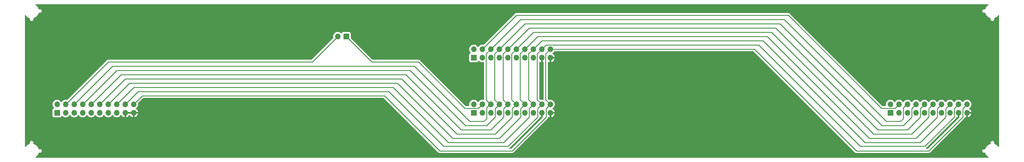
<source format=gbr>
%TF.GenerationSoftware,KiCad,Pcbnew,(6.0.10)*%
%TF.CreationDate,2022-12-26T18:21:32+01:00*%
%TF.ProjectId,AdapterBoard,41646170-7465-4724-926f-6172642e6b69,rev?*%
%TF.SameCoordinates,PX1360f00PY4fefde0*%
%TF.FileFunction,Copper,L1,Top*%
%TF.FilePolarity,Positive*%
%FSLAX46Y46*%
G04 Gerber Fmt 4.6, Leading zero omitted, Abs format (unit mm)*
G04 Created by KiCad (PCBNEW (6.0.10)) date 2022-12-26 18:21:32*
%MOMM*%
%LPD*%
G01*
G04 APERTURE LIST*
%TA.AperFunction,ComponentPad*%
%ADD10R,1.700000X1.700000*%
%TD*%
%TA.AperFunction,ComponentPad*%
%ADD11O,1.700000X1.700000*%
%TD*%
%TA.AperFunction,Conductor*%
%ADD12C,0.250000*%
%TD*%
G04 APERTURE END LIST*
D10*
%TO.P,X4,1,1*%
%TO.N,/A6*%
X134620000Y-33020000D03*
D11*
%TO.P,X4,2,2*%
%TO.N,unconnected-(X4-Pad2)*%
X134620000Y-30480000D03*
%TO.P,X4,3,3*%
%TO.N,/A5*%
X137160000Y-33020000D03*
%TO.P,X4,4,4*%
%TO.N,/CS1*%
X137160000Y-30480000D03*
%TO.P,X4,5,5*%
%TO.N,/A4*%
X139700000Y-33020000D03*
%TO.P,X4,6,6*%
%TO.N,/D7*%
X139700000Y-30480000D03*
%TO.P,X4,7,7*%
%TO.N,/A3*%
X142240000Y-33020000D03*
%TO.P,X4,8,8*%
%TO.N,/D6*%
X142240000Y-30480000D03*
%TO.P,X4,9,9*%
%TO.N,/A2*%
X144780000Y-33020000D03*
%TO.P,X4,10,10*%
%TO.N,/D5*%
X144780000Y-30480000D03*
%TO.P,X4,11,11*%
%TO.N,/A1*%
X147320000Y-33020000D03*
%TO.P,X4,12,12*%
%TO.N,/D4*%
X147320000Y-30480000D03*
%TO.P,X4,13,13*%
%TO.N,/A0*%
X149860000Y-33020000D03*
%TO.P,X4,14,14*%
%TO.N,/D3*%
X149860000Y-30480000D03*
%TO.P,X4,15,15*%
%TO.N,unconnected-(X4-Pad15)*%
X152400000Y-33020000D03*
%TO.P,X4,16,16*%
%TO.N,/D2*%
X152400000Y-30480000D03*
%TO.P,X4,17,17*%
%TO.N,GND*%
X154940000Y-33020000D03*
%TO.P,X4,18,18*%
%TO.N,/D1*%
X154940000Y-30480000D03*
%TO.P,X4,19,19*%
%TO.N,GND*%
X157480000Y-33020000D03*
%TO.P,X4,20,20*%
%TO.N,/D0*%
X157480000Y-30480000D03*
%TD*%
D10*
%TO.P,X5,1,1*%
%TO.N,/A6*%
X10160000Y-33020000D03*
D11*
%TO.P,X5,2,2*%
%TO.N,unconnected-(X5-Pad2)*%
X10160000Y-30480000D03*
%TO.P,X5,3,3*%
%TO.N,/A5*%
X12700000Y-33020000D03*
%TO.P,X5,4,4*%
%TO.N,/CS2*%
X12700000Y-30480000D03*
%TO.P,X5,5,5*%
%TO.N,/A4*%
X15240000Y-33020000D03*
%TO.P,X5,6,6*%
%TO.N,/D7*%
X15240000Y-30480000D03*
%TO.P,X5,7,7*%
%TO.N,/A3*%
X17780000Y-33020000D03*
%TO.P,X5,8,8*%
%TO.N,/D6*%
X17780000Y-30480000D03*
%TO.P,X5,9,9*%
%TO.N,/A2*%
X20320000Y-33020000D03*
%TO.P,X5,10,10*%
%TO.N,/D5*%
X20320000Y-30480000D03*
%TO.P,X5,11,11*%
%TO.N,/A1*%
X22860000Y-33020000D03*
%TO.P,X5,12,12*%
%TO.N,/D4*%
X22860000Y-30480000D03*
%TO.P,X5,13,13*%
%TO.N,/A0*%
X25400000Y-33020000D03*
%TO.P,X5,14,14*%
%TO.N,/D3*%
X25400000Y-30480000D03*
%TO.P,X5,15,15*%
%TO.N,unconnected-(X5-Pad15)*%
X27940000Y-33020000D03*
%TO.P,X5,16,16*%
%TO.N,/D2*%
X27940000Y-30480000D03*
%TO.P,X5,17,17*%
%TO.N,GND*%
X30480000Y-33020000D03*
%TO.P,X5,18,18*%
%TO.N,/D1*%
X30480000Y-30480000D03*
%TO.P,X5,19,19*%
%TO.N,GND*%
X33020000Y-33020000D03*
%TO.P,X5,20,20*%
%TO.N,/D0*%
X33020000Y-30480000D03*
%TD*%
D10*
%TO.P,X2,1,1*%
%TO.N,/CS1*%
X96520000Y-10160000D03*
D11*
%TO.P,X2,2,2*%
%TO.N,/CS2*%
X93980000Y-10160000D03*
%TD*%
D10*
%TO.P,X1,1,1*%
%TO.N,/A6*%
X134620000Y-16510000D03*
D11*
%TO.P,X1,2,2*%
%TO.N,unconnected-(X1-Pad2)*%
X134620000Y-13970000D03*
%TO.P,X1,3,3*%
%TO.N,/A5*%
X137160000Y-16510000D03*
%TO.P,X1,4,4*%
%TO.N,/CS0*%
X137160000Y-13970000D03*
%TO.P,X1,5,5*%
%TO.N,/A4*%
X139700000Y-16510000D03*
%TO.P,X1,6,6*%
%TO.N,/D7*%
X139700000Y-13970000D03*
%TO.P,X1,7,7*%
%TO.N,/A3*%
X142240000Y-16510000D03*
%TO.P,X1,8,8*%
%TO.N,/D6*%
X142240000Y-13970000D03*
%TO.P,X1,9,9*%
%TO.N,/A2*%
X144780000Y-16510000D03*
%TO.P,X1,10,10*%
%TO.N,/D5*%
X144780000Y-13970000D03*
%TO.P,X1,11,11*%
%TO.N,/A1*%
X147320000Y-16510000D03*
%TO.P,X1,12,12*%
%TO.N,/D4*%
X147320000Y-13970000D03*
%TO.P,X1,13,13*%
%TO.N,/A0*%
X149860000Y-16510000D03*
%TO.P,X1,14,14*%
%TO.N,/D3*%
X149860000Y-13970000D03*
%TO.P,X1,15,15*%
%TO.N,unconnected-(X1-Pad15)*%
X152400000Y-16510000D03*
%TO.P,X1,16,16*%
%TO.N,/D2*%
X152400000Y-13970000D03*
%TO.P,X1,17,17*%
%TO.N,GND*%
X154940000Y-16510000D03*
%TO.P,X1,18,18*%
%TO.N,/D1*%
X154940000Y-13970000D03*
%TO.P,X1,19,19*%
%TO.N,GND*%
X157480000Y-16510000D03*
%TO.P,X1,20,20*%
%TO.N,/D0*%
X157480000Y-13970000D03*
%TD*%
D10*
%TO.P,X3,1,1*%
%TO.N,/A6*%
X259080000Y-33020000D03*
D11*
%TO.P,X3,2,2*%
%TO.N,unconnected-(X3-Pad2)*%
X259080000Y-30480000D03*
%TO.P,X3,3,3*%
%TO.N,/A5*%
X261620000Y-33020000D03*
%TO.P,X3,4,4*%
%TO.N,/CS0*%
X261620000Y-30480000D03*
%TO.P,X3,5,5*%
%TO.N,/A4*%
X264160000Y-33020000D03*
%TO.P,X3,6,6*%
%TO.N,/D7*%
X264160000Y-30480000D03*
%TO.P,X3,7,7*%
%TO.N,/A3*%
X266700000Y-33020000D03*
%TO.P,X3,8,8*%
%TO.N,/D6*%
X266700000Y-30480000D03*
%TO.P,X3,9,9*%
%TO.N,/A2*%
X269240000Y-33020000D03*
%TO.P,X3,10,10*%
%TO.N,/D5*%
X269240000Y-30480000D03*
%TO.P,X3,11,11*%
%TO.N,/A1*%
X271780000Y-33020000D03*
%TO.P,X3,12,12*%
%TO.N,/D4*%
X271780000Y-30480000D03*
%TO.P,X3,13,13*%
%TO.N,/A0*%
X274320000Y-33020000D03*
%TO.P,X3,14,14*%
%TO.N,/D3*%
X274320000Y-30480000D03*
%TO.P,X3,15,15*%
%TO.N,unconnected-(X3-Pad15)*%
X276860000Y-33020000D03*
%TO.P,X3,16,16*%
%TO.N,/D2*%
X276860000Y-30480000D03*
%TO.P,X3,17,17*%
%TO.N,GND*%
X279400000Y-33020000D03*
%TO.P,X3,18,18*%
%TO.N,/D1*%
X279400000Y-30480000D03*
%TO.P,X3,19,19*%
%TO.N,GND*%
X281940000Y-33020000D03*
%TO.P,X3,20,20*%
%TO.N,/D0*%
X281940000Y-30480000D03*
%TD*%
D12*
%TO.N,/CS0*%
X256635000Y-31655000D02*
X260445000Y-31655000D01*
X256445000Y-31655000D02*
X256635000Y-31655000D01*
X163830000Y-3810000D02*
X228600000Y-3810000D01*
X256445000Y-31655000D02*
X228600000Y-3810000D01*
X260445000Y-31655000D02*
X261620000Y-30480000D01*
X137160000Y-13970000D02*
X147320000Y-3810000D01*
X147320000Y-3810000D02*
X163830000Y-3810000D01*
%TO.N,/D7*%
X138430000Y-34776701D02*
X137646701Y-35560000D01*
X264050213Y-30370213D02*
X262890000Y-31530426D01*
X139590213Y-30370213D02*
X138430000Y-31530426D01*
X138335000Y-29115000D02*
X139700000Y-30480000D01*
X138335000Y-15335000D02*
X138335000Y-29115000D01*
X262890000Y-31530426D02*
X262890000Y-34776701D01*
X138430000Y-31530426D02*
X138430000Y-34776701D01*
X137646701Y-35560000D02*
X133350000Y-35560000D01*
X116840000Y-19050000D02*
X26670000Y-19050000D01*
X138335000Y-29115000D02*
X139590213Y-30370213D01*
X139700000Y-13970000D02*
X148590000Y-5080000D01*
X262106701Y-35560000D02*
X257810000Y-35560000D01*
X139700000Y-13970000D02*
X138335000Y-15335000D01*
X227330000Y-5080000D02*
X257810000Y-35560000D01*
X262890000Y-34776701D02*
X262106701Y-35560000D01*
X26670000Y-19050000D02*
X15240000Y-30480000D01*
X133350000Y-35560000D02*
X116840000Y-19050000D01*
X148590000Y-5080000D02*
X227330000Y-5080000D01*
%TO.N,/D6*%
X138430000Y-36830000D02*
X132080000Y-36830000D01*
X140875000Y-29115000D02*
X142240000Y-30480000D01*
X142240000Y-30480000D02*
X140970000Y-31750000D01*
X140875000Y-15335000D02*
X140875000Y-29115000D01*
X142240000Y-13970000D02*
X149860000Y-6350000D01*
X132080000Y-36830000D02*
X115570000Y-20320000D01*
X140970000Y-31750000D02*
X140970000Y-34290000D01*
X226060000Y-6350000D02*
X256540000Y-36830000D01*
X262890000Y-36830000D02*
X265430000Y-34290000D01*
X265430000Y-34290000D02*
X265430000Y-31750000D01*
X256540000Y-36830000D02*
X262890000Y-36830000D01*
X265430000Y-31750000D02*
X266700000Y-30480000D01*
X142240000Y-13970000D02*
X140875000Y-15335000D01*
X140970000Y-34290000D02*
X138430000Y-36830000D01*
X149860000Y-6350000D02*
X226060000Y-6350000D01*
X27940000Y-20320000D02*
X17780000Y-30480000D01*
X115570000Y-20320000D02*
X27940000Y-20320000D01*
%TO.N,/D5*%
X143510000Y-31750000D02*
X143510000Y-34290000D01*
X161290000Y-7620000D02*
X163830000Y-7620000D01*
X144780000Y-30480000D02*
X143510000Y-31750000D01*
X163830000Y-7620000D02*
X224790000Y-7620000D01*
X143510000Y-34290000D02*
X139700000Y-38100000D01*
X144780000Y-13970000D02*
X143415000Y-15335000D01*
X143415000Y-29115000D02*
X144780000Y-30480000D01*
X39370000Y-21590000D02*
X110490000Y-21590000D01*
X144780000Y-13970000D02*
X151130000Y-7620000D01*
X267970000Y-31750000D02*
X267970000Y-34290000D01*
X133350000Y-38100000D02*
X130810000Y-38100000D01*
X151130000Y-7620000D02*
X161290000Y-7620000D01*
X130810000Y-38100000D02*
X114300000Y-21590000D01*
X139700000Y-38100000D02*
X133350000Y-38100000D01*
X20320000Y-30480000D02*
X29210000Y-21590000D01*
X267970000Y-34290000D02*
X264160000Y-38100000D01*
X264160000Y-38100000D02*
X257810000Y-38100000D01*
X114300000Y-21590000D02*
X110490000Y-21590000D01*
X143415000Y-15335000D02*
X143415000Y-29115000D01*
X257810000Y-38100000D02*
X255270000Y-38100000D01*
X29210000Y-21590000D02*
X39370000Y-21590000D01*
X269240000Y-30480000D02*
X267970000Y-31750000D01*
X224790000Y-7620000D02*
X255270000Y-38100000D01*
%TO.N,/D4*%
X140970000Y-39370000D02*
X133350000Y-39370000D01*
X30480000Y-22860000D02*
X39370000Y-22860000D01*
X129540000Y-39370000D02*
X113030000Y-22860000D01*
X254000000Y-39370000D02*
X223520000Y-8890000D01*
X152400000Y-8890000D02*
X163830000Y-8890000D01*
X147320000Y-13970000D02*
X152400000Y-8890000D01*
X22860000Y-30480000D02*
X30480000Y-22860000D01*
X270510000Y-34290000D02*
X265430000Y-39370000D01*
X271780000Y-30480000D02*
X270510000Y-31750000D01*
X257810000Y-39370000D02*
X254000000Y-39370000D01*
X113030000Y-22860000D02*
X110490000Y-22860000D01*
X39370000Y-22860000D02*
X110490000Y-22860000D01*
X147320000Y-30480000D02*
X146050000Y-31750000D01*
X163830000Y-8890000D02*
X223520000Y-8890000D01*
X270510000Y-31750000D02*
X270510000Y-34290000D01*
X133350000Y-39370000D02*
X129540000Y-39370000D01*
X147320000Y-13970000D02*
X145955000Y-15335000D01*
X146050000Y-31750000D02*
X146050000Y-34290000D01*
X146050000Y-34290000D02*
X140970000Y-39370000D01*
X145955000Y-29115000D02*
X147320000Y-30480000D01*
X265430000Y-39370000D02*
X257810000Y-39370000D01*
X145955000Y-15335000D02*
X145955000Y-29115000D01*
%TO.N,/D3*%
X273050000Y-34290000D02*
X273050000Y-31750000D01*
X222250000Y-10160000D02*
X252730000Y-40640000D01*
X149860000Y-13970000D02*
X148495000Y-15335000D01*
X142240000Y-40640000D02*
X128270000Y-40640000D01*
X128270000Y-40640000D02*
X111760000Y-24130000D01*
X149860000Y-30480000D02*
X148590000Y-31750000D01*
X111760000Y-24130000D02*
X31750000Y-24130000D01*
X273050000Y-31750000D02*
X274320000Y-30480000D01*
X148590000Y-34290000D02*
X142240000Y-40640000D01*
X266700000Y-40640000D02*
X273050000Y-34290000D01*
X252730000Y-40640000D02*
X266700000Y-40640000D01*
X148495000Y-29115000D02*
X149860000Y-30480000D01*
X153670000Y-10160000D02*
X222250000Y-10160000D01*
X148495000Y-15335000D02*
X148495000Y-29115000D01*
X149860000Y-13970000D02*
X153670000Y-10160000D01*
X31750000Y-24130000D02*
X25400000Y-30480000D01*
X148590000Y-31750000D02*
X148590000Y-34290000D01*
%TO.N,/D2*%
X267970000Y-41910000D02*
X275590000Y-34290000D01*
X154940000Y-11430000D02*
X220980000Y-11430000D01*
X33020000Y-25400000D02*
X39370000Y-25400000D01*
X251460000Y-41910000D02*
X267970000Y-41910000D01*
X151130000Y-34290000D02*
X143510000Y-41910000D01*
X275590000Y-31750000D02*
X276860000Y-30480000D01*
X27940000Y-30480000D02*
X33020000Y-25400000D01*
X151130000Y-31750000D02*
X151130000Y-34290000D01*
X151035000Y-29115000D02*
X152400000Y-30480000D01*
X127000000Y-41910000D02*
X110490000Y-25400000D01*
X152400000Y-13970000D02*
X154940000Y-11430000D01*
X151035000Y-15335000D02*
X151035000Y-29115000D01*
X152400000Y-30480000D02*
X151130000Y-31750000D01*
X143510000Y-41910000D02*
X127000000Y-41910000D01*
X220980000Y-11430000D02*
X251460000Y-41910000D01*
X152400000Y-13970000D02*
X151035000Y-15335000D01*
X39370000Y-25400000D02*
X110490000Y-25400000D01*
X275590000Y-34290000D02*
X275590000Y-31750000D01*
%TO.N,/D1*%
X154940000Y-13970000D02*
X153575000Y-15335000D01*
X153670000Y-34290000D02*
X144905000Y-43055000D01*
X278130000Y-31750000D02*
X279400000Y-30480000D01*
X278130000Y-34290000D02*
X278130000Y-31750000D01*
X125605000Y-43055000D02*
X109220000Y-26670000D01*
X125730000Y-43055000D02*
X125605000Y-43055000D01*
X153670000Y-31750000D02*
X153670000Y-34290000D01*
X144905000Y-43055000D02*
X125730000Y-43055000D01*
X30480000Y-30480000D02*
X34290000Y-26670000D01*
X156210000Y-12700000D02*
X219710000Y-12700000D01*
X250065000Y-43055000D02*
X269365000Y-43055000D01*
X153575000Y-29115000D02*
X154940000Y-30480000D01*
X219710000Y-12700000D02*
X250065000Y-43055000D01*
X269365000Y-43055000D02*
X278130000Y-34290000D01*
X153575000Y-15335000D02*
X153575000Y-29115000D01*
X34290000Y-26670000D02*
X109220000Y-26670000D01*
X154940000Y-30480000D02*
X153670000Y-31750000D01*
X154940000Y-13970000D02*
X156210000Y-12700000D01*
%TO.N,/D0*%
X157480000Y-30480000D02*
X156210000Y-31750000D01*
X156210000Y-31750000D02*
X156210000Y-34290000D01*
X218440000Y-13970000D02*
X157480000Y-13970000D01*
X157480000Y-13970000D02*
X156115000Y-15335000D01*
X248920000Y-44450000D02*
X218440000Y-13970000D01*
X35560000Y-27940000D02*
X107950000Y-27940000D01*
X281940000Y-30480000D02*
X280670000Y-31750000D01*
X156115000Y-29115000D02*
X157480000Y-30480000D01*
X156210000Y-34290000D02*
X146050000Y-44450000D01*
X280670000Y-31750000D02*
X280670000Y-34290000D01*
X270510000Y-44450000D02*
X248920000Y-44450000D01*
X33020000Y-30480000D02*
X35560000Y-27940000D01*
X107950000Y-27940000D02*
X124460000Y-44450000D01*
X156115000Y-15335000D02*
X156115000Y-29115000D01*
X280670000Y-34290000D02*
X270510000Y-44450000D01*
X146050000Y-44450000D02*
X124460000Y-44450000D01*
%TO.N,/CS1*%
X96520000Y-10160000D02*
X104140000Y-17780000D01*
X118110000Y-17780000D02*
X131985000Y-31655000D01*
X104140000Y-17780000D02*
X118110000Y-17780000D01*
X135985000Y-31655000D02*
X137160000Y-30480000D01*
X131985000Y-31655000D02*
X135985000Y-31655000D01*
%TO.N,/CS2*%
X25400000Y-17780000D02*
X86360000Y-17780000D01*
X86360000Y-17780000D02*
X93980000Y-10160000D01*
X12700000Y-30480000D02*
X25400000Y-17780000D01*
%TD*%
%TA.AperFunction,Conductor*%
%TO.N,GND*%
G36*
X288330937Y-528502D02*
G01*
X288377430Y-582158D01*
X288387534Y-652432D01*
X288358040Y-717012D01*
X288327523Y-742615D01*
X288315702Y-749690D01*
X288312359Y-752368D01*
X288312355Y-752371D01*
X288199262Y-842976D01*
X288084242Y-935125D01*
X288081298Y-938227D01*
X288081294Y-938231D01*
X287991169Y-1033204D01*
X287880089Y-1150257D01*
X287707022Y-1391105D01*
X287705013Y-1394900D01*
X287705012Y-1394901D01*
X287696715Y-1410572D01*
X287568243Y-1653213D01*
X287466321Y-1931730D01*
X287465408Y-1935919D01*
X287464210Y-1940041D01*
X287462276Y-1939479D01*
X287432164Y-1994607D01*
X287369847Y-2028624D01*
X287343080Y-2031500D01*
X287023487Y-2031500D01*
X286981161Y-2037562D01*
X286924706Y-2045646D01*
X286924703Y-2045647D01*
X286915813Y-2046920D01*
X286907637Y-2050637D01*
X286907635Y-2050638D01*
X286791390Y-2103492D01*
X286791388Y-2103493D01*
X286783218Y-2107208D01*
X286672873Y-2202287D01*
X286593648Y-2324515D01*
X286551914Y-2464066D01*
X286551024Y-2609721D01*
X286591051Y-2749771D01*
X286668776Y-2872958D01*
X286777951Y-2969378D01*
X286786074Y-2973192D01*
X286786076Y-2973193D01*
X286793137Y-2976508D01*
X286909800Y-3031281D01*
X286918665Y-3032661D01*
X286918667Y-3032662D01*
X286987746Y-3043418D01*
X287020386Y-3048500D01*
X287344899Y-3048500D01*
X287413020Y-3068502D01*
X287459513Y-3122158D01*
X287464103Y-3133678D01*
X287505679Y-3255110D01*
X287547961Y-3378605D01*
X287550109Y-3384880D01*
X287683368Y-3649837D01*
X287851353Y-3894257D01*
X288050956Y-4113617D01*
X288054245Y-4116367D01*
X288275190Y-4301106D01*
X288275195Y-4301110D01*
X288278482Y-4303858D01*
X288404102Y-4382659D01*
X288526082Y-4459178D01*
X288526086Y-4459180D01*
X288529722Y-4461461D01*
X288533632Y-4463226D01*
X288533633Y-4463227D01*
X288796114Y-4581742D01*
X288796118Y-4581744D01*
X288800026Y-4583508D01*
X288940153Y-4625016D01*
X288961286Y-4631276D01*
X289020921Y-4669802D01*
X289050260Y-4734453D01*
X289051500Y-4752087D01*
X289051500Y-5076513D01*
X289066920Y-5184187D01*
X289127208Y-5316782D01*
X289222287Y-5427127D01*
X289344515Y-5506352D01*
X289484066Y-5548086D01*
X289493042Y-5548141D01*
X289493043Y-5548141D01*
X289554356Y-5548515D01*
X289629721Y-5548976D01*
X289769771Y-5508949D01*
X289892958Y-5431224D01*
X289989378Y-5322049D01*
X290051281Y-5190200D01*
X290068500Y-5079614D01*
X290068500Y-4752615D01*
X290088502Y-4684494D01*
X290142158Y-4638001D01*
X290162526Y-4630739D01*
X290224318Y-4614528D01*
X290255411Y-4606371D01*
X290259371Y-4604731D01*
X290259376Y-4604729D01*
X290441723Y-4529198D01*
X290529415Y-4492875D01*
X290540659Y-4486305D01*
X290781784Y-4345403D01*
X290781785Y-4345402D01*
X290785482Y-4343242D01*
X290832799Y-4306141D01*
X291015499Y-4162885D01*
X291018871Y-4160241D01*
X291225266Y-3947258D01*
X291227799Y-3943810D01*
X291227803Y-3943805D01*
X291363953Y-3758458D01*
X291420401Y-3715399D01*
X291491168Y-3709694D01*
X291553786Y-3743154D01*
X291588373Y-3805156D01*
X291591500Y-3833052D01*
X291591500Y-43159201D01*
X291571498Y-43227322D01*
X291517842Y-43273815D01*
X291447568Y-43283919D01*
X291382988Y-43254425D01*
X291362413Y-43231652D01*
X291359370Y-43227322D01*
X291254372Y-43077925D01*
X291052483Y-42860667D01*
X291049168Y-42857953D01*
X291049164Y-42857950D01*
X290826295Y-42675534D01*
X290822977Y-42672818D01*
X290570101Y-42517856D01*
X290542405Y-42505698D01*
X290302465Y-42400372D01*
X290298533Y-42398646D01*
X290290536Y-42396368D01*
X290159981Y-42359178D01*
X290099946Y-42321279D01*
X290069932Y-42256939D01*
X290068500Y-42237999D01*
X290068500Y-41913487D01*
X290053080Y-41805813D01*
X289992792Y-41673218D01*
X289897713Y-41562873D01*
X289775485Y-41483648D01*
X289635934Y-41441914D01*
X289626958Y-41441859D01*
X289626957Y-41441859D01*
X289565644Y-41441485D01*
X289490279Y-41441024D01*
X289350229Y-41481051D01*
X289227042Y-41558776D01*
X289130622Y-41667951D01*
X289068719Y-41799800D01*
X289051500Y-41910386D01*
X289051500Y-42237822D01*
X289031498Y-42305943D01*
X288977842Y-42352436D01*
X288958748Y-42359356D01*
X288842989Y-42391024D01*
X288839041Y-42392708D01*
X288574140Y-42505698D01*
X288574136Y-42505700D01*
X288570188Y-42507384D01*
X288441720Y-42584270D01*
X288319384Y-42657486D01*
X288319380Y-42657489D01*
X288315702Y-42659690D01*
X288312359Y-42662368D01*
X288312355Y-42662371D01*
X288199262Y-42752976D01*
X288084242Y-42845125D01*
X288081298Y-42848227D01*
X288081294Y-42848231D01*
X287991169Y-42943204D01*
X287880089Y-43060257D01*
X287707022Y-43301105D01*
X287705013Y-43304900D01*
X287705012Y-43304901D01*
X287696715Y-43320572D01*
X287568243Y-43563213D01*
X287466321Y-43841730D01*
X287465408Y-43845919D01*
X287464210Y-43850041D01*
X287462276Y-43849479D01*
X287432164Y-43904607D01*
X287369847Y-43938624D01*
X287343080Y-43941500D01*
X287023487Y-43941500D01*
X286981161Y-43947562D01*
X286924706Y-43955646D01*
X286924703Y-43955647D01*
X286915813Y-43956920D01*
X286907637Y-43960637D01*
X286907635Y-43960638D01*
X286791390Y-44013492D01*
X286791388Y-44013493D01*
X286783218Y-44017208D01*
X286672873Y-44112287D01*
X286593648Y-44234515D01*
X286551914Y-44374066D01*
X286551024Y-44519721D01*
X286591051Y-44659771D01*
X286668776Y-44782958D01*
X286777951Y-44879378D01*
X286786074Y-44883192D01*
X286786076Y-44883193D01*
X286841823Y-44909366D01*
X286909800Y-44941281D01*
X286918665Y-44942661D01*
X286918667Y-44942662D01*
X286987746Y-44953418D01*
X287020386Y-44958500D01*
X287344899Y-44958500D01*
X287413020Y-44978502D01*
X287459513Y-45032158D01*
X287464103Y-45043678D01*
X287513571Y-45188162D01*
X287543765Y-45276350D01*
X287550109Y-45294880D01*
X287683368Y-45559837D01*
X287851353Y-45804257D01*
X288050956Y-46023617D01*
X288054245Y-46026367D01*
X288275190Y-46211106D01*
X288275195Y-46211110D01*
X288278482Y-46213858D01*
X288334127Y-46248764D01*
X288381203Y-46301906D01*
X288392075Y-46372066D01*
X288363291Y-46436965D01*
X288303988Y-46476000D01*
X288267169Y-46481500D01*
X3838661Y-46481500D01*
X3770540Y-46461498D01*
X3724047Y-46407842D01*
X3713943Y-46337568D01*
X3743437Y-46272988D01*
X3765548Y-46253326D01*
X3765482Y-46253242D01*
X3766845Y-46252174D01*
X3766852Y-46252168D01*
X3998871Y-46070241D01*
X4205266Y-45857258D01*
X4207799Y-45853810D01*
X4207803Y-45853805D01*
X4362876Y-45642697D01*
X4380845Y-45618236D01*
X4452223Y-45486775D01*
X4520311Y-45361372D01*
X4520312Y-45361370D01*
X4522361Y-45357596D01*
X4598077Y-45157220D01*
X4625677Y-45084179D01*
X4625678Y-45084175D01*
X4627195Y-45080161D01*
X4632644Y-45056369D01*
X4667351Y-44994433D01*
X4730032Y-44961093D01*
X4755464Y-44958500D01*
X5076513Y-44958500D01*
X5118839Y-44952438D01*
X5175294Y-44944354D01*
X5175297Y-44944353D01*
X5184187Y-44943080D01*
X5192363Y-44939363D01*
X5192365Y-44939362D01*
X5308610Y-44886508D01*
X5308612Y-44886507D01*
X5316782Y-44882792D01*
X5427127Y-44787713D01*
X5506352Y-44665485D01*
X5548086Y-44525934D01*
X5548976Y-44380279D01*
X5508949Y-44240229D01*
X5431224Y-44117042D01*
X5322049Y-44020622D01*
X5313926Y-44016808D01*
X5313924Y-44016807D01*
X5250013Y-43986801D01*
X5190200Y-43958719D01*
X5181335Y-43957339D01*
X5181333Y-43957338D01*
X5112254Y-43946582D01*
X5079614Y-43941500D01*
X4756537Y-43941500D01*
X4688416Y-43921498D01*
X4641923Y-43867842D01*
X4637764Y-43857560D01*
X4579568Y-43693220D01*
X4540934Y-43584119D01*
X4404907Y-43320572D01*
X4393894Y-43304901D01*
X4236835Y-43081430D01*
X4234372Y-43077925D01*
X4032483Y-42860667D01*
X4029168Y-42857953D01*
X4029164Y-42857950D01*
X3806295Y-42675534D01*
X3802977Y-42672818D01*
X3550101Y-42517856D01*
X3522405Y-42505698D01*
X3282465Y-42400372D01*
X3278533Y-42398646D01*
X3270536Y-42396368D01*
X3139981Y-42359178D01*
X3079946Y-42321279D01*
X3049932Y-42256939D01*
X3048500Y-42237999D01*
X3048500Y-41913487D01*
X3033080Y-41805813D01*
X2972792Y-41673218D01*
X2877713Y-41562873D01*
X2755485Y-41483648D01*
X2615934Y-41441914D01*
X2606958Y-41441859D01*
X2606957Y-41441859D01*
X2545644Y-41441485D01*
X2470279Y-41441024D01*
X2330229Y-41481051D01*
X2207042Y-41558776D01*
X2110622Y-41667951D01*
X2048719Y-41799800D01*
X2031500Y-41910386D01*
X2031500Y-42237822D01*
X2011498Y-42305943D01*
X1957842Y-42352436D01*
X1938748Y-42359356D01*
X1822989Y-42391024D01*
X1819041Y-42392708D01*
X1554140Y-42505698D01*
X1554136Y-42505700D01*
X1550188Y-42507384D01*
X1421720Y-42584270D01*
X1299384Y-42657486D01*
X1299380Y-42657489D01*
X1295702Y-42659690D01*
X1292359Y-42662368D01*
X1292355Y-42662371D01*
X1179262Y-42752976D01*
X1064242Y-42845125D01*
X1061298Y-42848227D01*
X1061294Y-42848231D01*
X971169Y-42943204D01*
X860089Y-43060257D01*
X768687Y-43187456D01*
X736822Y-43231801D01*
X680828Y-43275449D01*
X610124Y-43281895D01*
X547160Y-43249092D01*
X511926Y-43187456D01*
X508500Y-43158275D01*
X508500Y-30446695D01*
X8797251Y-30446695D01*
X8797548Y-30451848D01*
X8797548Y-30451851D01*
X8803011Y-30546590D01*
X8810110Y-30669715D01*
X8811247Y-30674761D01*
X8811248Y-30674767D01*
X8831119Y-30762939D01*
X8859222Y-30887639D01*
X8943266Y-31094616D01*
X8994019Y-31177438D01*
X9057291Y-31280688D01*
X9059987Y-31285088D01*
X9206250Y-31453938D01*
X9210230Y-31457242D01*
X9214981Y-31461187D01*
X9254616Y-31520090D01*
X9256113Y-31591071D01*
X9218997Y-31651593D01*
X9178725Y-31676112D01*
X9090095Y-31709338D01*
X9063295Y-31719385D01*
X8946739Y-31806739D01*
X8859385Y-31923295D01*
X8808255Y-32059684D01*
X8801500Y-32121866D01*
X8801500Y-33918134D01*
X8808255Y-33980316D01*
X8859385Y-34116705D01*
X8946739Y-34233261D01*
X9063295Y-34320615D01*
X9199684Y-34371745D01*
X9261866Y-34378500D01*
X11058134Y-34378500D01*
X11120316Y-34371745D01*
X11256705Y-34320615D01*
X11373261Y-34233261D01*
X11460615Y-34116705D01*
X11482799Y-34057529D01*
X11504598Y-33999382D01*
X11547240Y-33942618D01*
X11613802Y-33917918D01*
X11683150Y-33933126D01*
X11717817Y-33961114D01*
X11746250Y-33993938D01*
X11918126Y-34136632D01*
X12111000Y-34249338D01*
X12115825Y-34251180D01*
X12115826Y-34251181D01*
X12188612Y-34278975D01*
X12319692Y-34329030D01*
X12324760Y-34330061D01*
X12324763Y-34330062D01*
X12403436Y-34346068D01*
X12538597Y-34373567D01*
X12543772Y-34373757D01*
X12543774Y-34373757D01*
X12756673Y-34381564D01*
X12756677Y-34381564D01*
X12761837Y-34381753D01*
X12766957Y-34381097D01*
X12766959Y-34381097D01*
X12978288Y-34354025D01*
X12978289Y-34354025D01*
X12983416Y-34353368D01*
X12988366Y-34351883D01*
X13192429Y-34290661D01*
X13192434Y-34290659D01*
X13197384Y-34289174D01*
X13397994Y-34190896D01*
X13579860Y-34061173D01*
X13738096Y-33903489D01*
X13868453Y-33722077D01*
X13869776Y-33723028D01*
X13916645Y-33679857D01*
X13986580Y-33667625D01*
X14052026Y-33695144D01*
X14079875Y-33726994D01*
X14139987Y-33825088D01*
X14286250Y-33993938D01*
X14458126Y-34136632D01*
X14651000Y-34249338D01*
X14655825Y-34251180D01*
X14655826Y-34251181D01*
X14728612Y-34278975D01*
X14859692Y-34329030D01*
X14864760Y-34330061D01*
X14864763Y-34330062D01*
X14943436Y-34346068D01*
X15078597Y-34373567D01*
X15083772Y-34373757D01*
X15083774Y-34373757D01*
X15296673Y-34381564D01*
X15296677Y-34381564D01*
X15301837Y-34381753D01*
X15306957Y-34381097D01*
X15306959Y-34381097D01*
X15518288Y-34354025D01*
X15518289Y-34354025D01*
X15523416Y-34353368D01*
X15528366Y-34351883D01*
X15732429Y-34290661D01*
X15732434Y-34290659D01*
X15737384Y-34289174D01*
X15937994Y-34190896D01*
X16119860Y-34061173D01*
X16278096Y-33903489D01*
X16408453Y-33722077D01*
X16409776Y-33723028D01*
X16456645Y-33679857D01*
X16526580Y-33667625D01*
X16592026Y-33695144D01*
X16619875Y-33726994D01*
X16679987Y-33825088D01*
X16826250Y-33993938D01*
X16998126Y-34136632D01*
X17191000Y-34249338D01*
X17195825Y-34251180D01*
X17195826Y-34251181D01*
X17268612Y-34278975D01*
X17399692Y-34329030D01*
X17404760Y-34330061D01*
X17404763Y-34330062D01*
X17483436Y-34346068D01*
X17618597Y-34373567D01*
X17623772Y-34373757D01*
X17623774Y-34373757D01*
X17836673Y-34381564D01*
X17836677Y-34381564D01*
X17841837Y-34381753D01*
X17846957Y-34381097D01*
X17846959Y-34381097D01*
X18058288Y-34354025D01*
X18058289Y-34354025D01*
X18063416Y-34353368D01*
X18068366Y-34351883D01*
X18272429Y-34290661D01*
X18272434Y-34290659D01*
X18277384Y-34289174D01*
X18477994Y-34190896D01*
X18659860Y-34061173D01*
X18818096Y-33903489D01*
X18948453Y-33722077D01*
X18949776Y-33723028D01*
X18996645Y-33679857D01*
X19066580Y-33667625D01*
X19132026Y-33695144D01*
X19159875Y-33726994D01*
X19219987Y-33825088D01*
X19366250Y-33993938D01*
X19538126Y-34136632D01*
X19731000Y-34249338D01*
X19735825Y-34251180D01*
X19735826Y-34251181D01*
X19808612Y-34278975D01*
X19939692Y-34329030D01*
X19944760Y-34330061D01*
X19944763Y-34330062D01*
X20023436Y-34346068D01*
X20158597Y-34373567D01*
X20163772Y-34373757D01*
X20163774Y-34373757D01*
X20376673Y-34381564D01*
X20376677Y-34381564D01*
X20381837Y-34381753D01*
X20386957Y-34381097D01*
X20386959Y-34381097D01*
X20598288Y-34354025D01*
X20598289Y-34354025D01*
X20603416Y-34353368D01*
X20608366Y-34351883D01*
X20812429Y-34290661D01*
X20812434Y-34290659D01*
X20817384Y-34289174D01*
X21017994Y-34190896D01*
X21199860Y-34061173D01*
X21358096Y-33903489D01*
X21488453Y-33722077D01*
X21489776Y-33723028D01*
X21536645Y-33679857D01*
X21606580Y-33667625D01*
X21672026Y-33695144D01*
X21699875Y-33726994D01*
X21759987Y-33825088D01*
X21906250Y-33993938D01*
X22078126Y-34136632D01*
X22271000Y-34249338D01*
X22275825Y-34251180D01*
X22275826Y-34251181D01*
X22348612Y-34278975D01*
X22479692Y-34329030D01*
X22484760Y-34330061D01*
X22484763Y-34330062D01*
X22563436Y-34346068D01*
X22698597Y-34373567D01*
X22703772Y-34373757D01*
X22703774Y-34373757D01*
X22916673Y-34381564D01*
X22916677Y-34381564D01*
X22921837Y-34381753D01*
X22926957Y-34381097D01*
X22926959Y-34381097D01*
X23138288Y-34354025D01*
X23138289Y-34354025D01*
X23143416Y-34353368D01*
X23148366Y-34351883D01*
X23352429Y-34290661D01*
X23352434Y-34290659D01*
X23357384Y-34289174D01*
X23557994Y-34190896D01*
X23739860Y-34061173D01*
X23898096Y-33903489D01*
X24028453Y-33722077D01*
X24029776Y-33723028D01*
X24076645Y-33679857D01*
X24146580Y-33667625D01*
X24212026Y-33695144D01*
X24239875Y-33726994D01*
X24299987Y-33825088D01*
X24446250Y-33993938D01*
X24618126Y-34136632D01*
X24811000Y-34249338D01*
X24815825Y-34251180D01*
X24815826Y-34251181D01*
X24888612Y-34278975D01*
X25019692Y-34329030D01*
X25024760Y-34330061D01*
X25024763Y-34330062D01*
X25103436Y-34346068D01*
X25238597Y-34373567D01*
X25243772Y-34373757D01*
X25243774Y-34373757D01*
X25456673Y-34381564D01*
X25456677Y-34381564D01*
X25461837Y-34381753D01*
X25466957Y-34381097D01*
X25466959Y-34381097D01*
X25678288Y-34354025D01*
X25678289Y-34354025D01*
X25683416Y-34353368D01*
X25688366Y-34351883D01*
X25892429Y-34290661D01*
X25892434Y-34290659D01*
X25897384Y-34289174D01*
X26097994Y-34190896D01*
X26279860Y-34061173D01*
X26438096Y-33903489D01*
X26568453Y-33722077D01*
X26569776Y-33723028D01*
X26616645Y-33679857D01*
X26686580Y-33667625D01*
X26752026Y-33695144D01*
X26779875Y-33726994D01*
X26839987Y-33825088D01*
X26986250Y-33993938D01*
X27158126Y-34136632D01*
X27351000Y-34249338D01*
X27355825Y-34251180D01*
X27355826Y-34251181D01*
X27428612Y-34278975D01*
X27559692Y-34329030D01*
X27564760Y-34330061D01*
X27564763Y-34330062D01*
X27643436Y-34346068D01*
X27778597Y-34373567D01*
X27783772Y-34373757D01*
X27783774Y-34373757D01*
X27996673Y-34381564D01*
X27996677Y-34381564D01*
X28001837Y-34381753D01*
X28006957Y-34381097D01*
X28006959Y-34381097D01*
X28218288Y-34354025D01*
X28218289Y-34354025D01*
X28223416Y-34353368D01*
X28228366Y-34351883D01*
X28432429Y-34290661D01*
X28432434Y-34290659D01*
X28437384Y-34289174D01*
X28637994Y-34190896D01*
X28819860Y-34061173D01*
X28978096Y-33903489D01*
X29108453Y-33722077D01*
X29109640Y-33722930D01*
X29156960Y-33679362D01*
X29226897Y-33667145D01*
X29292338Y-33694678D01*
X29320166Y-33726511D01*
X29377694Y-33820388D01*
X29383777Y-33828699D01*
X29523213Y-33989667D01*
X29530580Y-33996883D01*
X29694434Y-34132916D01*
X29702881Y-34138831D01*
X29886756Y-34246279D01*
X29896042Y-34250729D01*
X30095001Y-34326703D01*
X30104899Y-34329579D01*
X30208250Y-34350606D01*
X30222299Y-34349410D01*
X30226000Y-34339065D01*
X30226000Y-34338517D01*
X30734000Y-34338517D01*
X30738064Y-34352359D01*
X30751478Y-34354393D01*
X30758184Y-34353534D01*
X30768262Y-34351392D01*
X30972255Y-34290191D01*
X30981842Y-34286433D01*
X31173095Y-34192739D01*
X31181945Y-34187464D01*
X31355328Y-34063792D01*
X31363200Y-34057139D01*
X31514052Y-33906812D01*
X31520730Y-33898965D01*
X31648022Y-33721819D01*
X31649147Y-33722627D01*
X31696669Y-33678876D01*
X31766607Y-33666661D01*
X31832046Y-33694197D01*
X31859870Y-33726028D01*
X31917690Y-33820383D01*
X31923777Y-33828699D01*
X32063213Y-33989667D01*
X32070580Y-33996883D01*
X32234434Y-34132916D01*
X32242881Y-34138831D01*
X32426756Y-34246279D01*
X32436042Y-34250729D01*
X32635001Y-34326703D01*
X32644899Y-34329579D01*
X32748250Y-34350606D01*
X32762299Y-34349410D01*
X32766000Y-34339065D01*
X32766000Y-34338517D01*
X33274000Y-34338517D01*
X33278064Y-34352359D01*
X33291478Y-34354393D01*
X33298184Y-34353534D01*
X33308262Y-34351392D01*
X33512255Y-34290191D01*
X33521842Y-34286433D01*
X33713095Y-34192739D01*
X33721945Y-34187464D01*
X33895328Y-34063792D01*
X33903200Y-34057139D01*
X34054052Y-33906812D01*
X34060730Y-33898965D01*
X34185003Y-33726020D01*
X34190313Y-33717183D01*
X34284670Y-33526267D01*
X34288469Y-33516672D01*
X34350377Y-33312910D01*
X34352555Y-33302837D01*
X34353986Y-33291962D01*
X34351775Y-33277778D01*
X34338617Y-33274000D01*
X33292115Y-33274000D01*
X33276876Y-33278475D01*
X33275671Y-33279865D01*
X33274000Y-33287548D01*
X33274000Y-34338517D01*
X32766000Y-34338517D01*
X32766000Y-33292115D01*
X32761525Y-33276876D01*
X32760135Y-33275671D01*
X32752452Y-33274000D01*
X30752115Y-33274000D01*
X30736876Y-33278475D01*
X30735671Y-33279865D01*
X30734000Y-33287548D01*
X30734000Y-34338517D01*
X30226000Y-34338517D01*
X30226000Y-32892000D01*
X30246002Y-32823879D01*
X30299658Y-32777386D01*
X30352000Y-32766000D01*
X34338344Y-32766000D01*
X34351875Y-32762027D01*
X34353180Y-32752947D01*
X34311214Y-32585875D01*
X34307894Y-32576124D01*
X34222972Y-32380814D01*
X34218105Y-32371739D01*
X34102426Y-32192926D01*
X34096136Y-32184757D01*
X33952806Y-32027240D01*
X33945273Y-32020215D01*
X33778139Y-31888222D01*
X33769556Y-31882520D01*
X33732602Y-31862120D01*
X33682631Y-31811687D01*
X33667859Y-31742245D01*
X33692975Y-31675839D01*
X33720327Y-31649232D01*
X33744040Y-31632318D01*
X33899860Y-31521173D01*
X34058096Y-31363489D01*
X34117594Y-31280689D01*
X34185435Y-31186277D01*
X34188453Y-31182077D01*
X34209320Y-31139857D01*
X34285136Y-30986453D01*
X34285137Y-30986451D01*
X34287430Y-30981811D01*
X34352370Y-30768069D01*
X34381529Y-30546590D01*
X34383156Y-30480000D01*
X34364852Y-30257361D01*
X34336821Y-30145765D01*
X34339625Y-30074823D01*
X34369930Y-30025974D01*
X35785499Y-28610405D01*
X35847811Y-28576379D01*
X35874594Y-28573500D01*
X107635406Y-28573500D01*
X107703527Y-28593502D01*
X107724501Y-28610405D01*
X123956348Y-44842253D01*
X123963888Y-44850539D01*
X123968000Y-44857018D01*
X123973777Y-44862443D01*
X124017651Y-44903643D01*
X124020493Y-44906398D01*
X124040230Y-44926135D01*
X124043427Y-44928615D01*
X124052447Y-44936318D01*
X124084679Y-44966586D01*
X124091625Y-44970405D01*
X124091628Y-44970407D01*
X124102434Y-44976348D01*
X124118953Y-44987199D01*
X124134959Y-44999614D01*
X124142228Y-45002759D01*
X124142232Y-45002762D01*
X124175537Y-45017174D01*
X124186186Y-45022390D01*
X124224940Y-45043695D01*
X124232615Y-45045666D01*
X124232616Y-45045666D01*
X124244562Y-45048733D01*
X124263266Y-45055137D01*
X124263269Y-45055138D01*
X124281855Y-45063181D01*
X124289678Y-45064420D01*
X124289688Y-45064423D01*
X124325524Y-45070099D01*
X124337144Y-45072505D01*
X124368959Y-45080673D01*
X124379970Y-45083500D01*
X124400224Y-45083500D01*
X124419934Y-45085051D01*
X124439943Y-45088220D01*
X124447835Y-45087474D01*
X124466580Y-45085702D01*
X124483962Y-45084059D01*
X124495819Y-45083500D01*
X145971233Y-45083500D01*
X145982416Y-45084027D01*
X145989909Y-45085702D01*
X145997835Y-45085453D01*
X145997836Y-45085453D01*
X146057986Y-45083562D01*
X146061945Y-45083500D01*
X146089856Y-45083500D01*
X146093791Y-45083003D01*
X146093856Y-45082995D01*
X146105693Y-45082062D01*
X146137951Y-45081048D01*
X146141970Y-45080922D01*
X146149889Y-45080673D01*
X146169343Y-45075021D01*
X146188700Y-45071013D01*
X146200930Y-45069468D01*
X146200931Y-45069468D01*
X146208797Y-45068474D01*
X146216168Y-45065555D01*
X146216170Y-45065555D01*
X146249912Y-45052196D01*
X146261142Y-45048351D01*
X146295983Y-45038229D01*
X146295984Y-45038229D01*
X146303593Y-45036018D01*
X146310412Y-45031985D01*
X146310417Y-45031983D01*
X146321028Y-45025707D01*
X146338776Y-45017012D01*
X146357617Y-45009552D01*
X146377987Y-44994753D01*
X146393387Y-44983564D01*
X146403307Y-44977048D01*
X146434535Y-44958580D01*
X146434538Y-44958578D01*
X146441362Y-44954542D01*
X146455683Y-44940221D01*
X146470717Y-44927380D01*
X146472432Y-44926134D01*
X146487107Y-44915472D01*
X146515298Y-44881395D01*
X146523288Y-44872616D01*
X156602253Y-34793652D01*
X156610539Y-34786112D01*
X156617018Y-34782000D01*
X156663644Y-34732348D01*
X156666398Y-34729507D01*
X156686135Y-34709770D01*
X156688615Y-34706573D01*
X156696320Y-34697551D01*
X156721159Y-34671100D01*
X156726586Y-34665321D01*
X156730405Y-34658375D01*
X156730407Y-34658372D01*
X156736348Y-34647566D01*
X156747199Y-34631047D01*
X156747559Y-34630583D01*
X156759614Y-34615041D01*
X156762759Y-34607772D01*
X156762762Y-34607768D01*
X156777174Y-34574463D01*
X156782391Y-34563812D01*
X156803695Y-34525060D01*
X156805668Y-34517378D01*
X156808733Y-34505438D01*
X156815137Y-34486734D01*
X156820033Y-34475420D01*
X156820034Y-34475417D01*
X156823181Y-34468145D01*
X156824421Y-34460318D01*
X156824423Y-34460312D01*
X156830099Y-34424476D01*
X156832505Y-34412855D01*
X156840980Y-34379846D01*
X156877294Y-34318839D01*
X156940826Y-34287150D01*
X157007971Y-34293470D01*
X157095001Y-34326703D01*
X157104899Y-34329579D01*
X157208250Y-34350606D01*
X157222299Y-34349410D01*
X157226000Y-34339065D01*
X157226000Y-34338517D01*
X157734000Y-34338517D01*
X157738064Y-34352359D01*
X157751478Y-34354393D01*
X157758184Y-34353534D01*
X157768262Y-34351392D01*
X157972255Y-34290191D01*
X157981842Y-34286433D01*
X158173095Y-34192739D01*
X158181945Y-34187464D01*
X158355328Y-34063792D01*
X158363200Y-34057139D01*
X158514052Y-33906812D01*
X158520730Y-33898965D01*
X158645003Y-33726020D01*
X158650313Y-33717183D01*
X158744670Y-33526267D01*
X158748469Y-33516672D01*
X158810377Y-33312910D01*
X158812555Y-33302837D01*
X158813986Y-33291962D01*
X158811775Y-33277778D01*
X158798617Y-33274000D01*
X157752115Y-33274000D01*
X157736876Y-33278475D01*
X157735671Y-33279865D01*
X157734000Y-33287548D01*
X157734000Y-34338517D01*
X157226000Y-34338517D01*
X157226000Y-33292115D01*
X157221525Y-33276876D01*
X157220135Y-33275671D01*
X157212452Y-33274000D01*
X156969500Y-33274000D01*
X156901379Y-33253998D01*
X156854886Y-33200342D01*
X156843500Y-33148000D01*
X156843500Y-32892000D01*
X156863502Y-32823879D01*
X156917158Y-32777386D01*
X156969500Y-32766000D01*
X158798344Y-32766000D01*
X158811875Y-32762027D01*
X158813180Y-32752947D01*
X158771214Y-32585875D01*
X158767894Y-32576124D01*
X158682972Y-32380814D01*
X158678105Y-32371739D01*
X158562426Y-32192926D01*
X158556136Y-32184757D01*
X158412806Y-32027240D01*
X158405273Y-32020215D01*
X158238139Y-31888222D01*
X158229556Y-31882520D01*
X158192602Y-31862120D01*
X158142631Y-31811687D01*
X158127859Y-31742245D01*
X158152975Y-31675839D01*
X158180327Y-31649232D01*
X158204040Y-31632318D01*
X158359860Y-31521173D01*
X158518096Y-31363489D01*
X158577594Y-31280689D01*
X158645435Y-31186277D01*
X158648453Y-31182077D01*
X158669320Y-31139857D01*
X158745136Y-30986453D01*
X158745137Y-30986451D01*
X158747430Y-30981811D01*
X158812370Y-30768069D01*
X158841529Y-30546590D01*
X158843156Y-30480000D01*
X158824852Y-30257361D01*
X158770431Y-30040702D01*
X158681354Y-29835840D01*
X158560014Y-29648277D01*
X158409670Y-29483051D01*
X158405619Y-29479852D01*
X158405615Y-29479848D01*
X158238414Y-29347800D01*
X158238410Y-29347798D01*
X158234359Y-29344598D01*
X158038789Y-29236638D01*
X158033920Y-29234914D01*
X158033916Y-29234912D01*
X157833087Y-29163795D01*
X157833083Y-29163794D01*
X157828212Y-29162069D01*
X157823119Y-29161162D01*
X157823116Y-29161161D01*
X157613373Y-29123800D01*
X157613367Y-29123799D01*
X157608284Y-29122894D01*
X157534452Y-29121992D01*
X157390081Y-29120228D01*
X157390079Y-29120228D01*
X157384911Y-29120165D01*
X157164091Y-29153955D01*
X157151532Y-29158060D01*
X157080568Y-29160210D01*
X157023294Y-29127389D01*
X156785405Y-28889500D01*
X156751379Y-28827188D01*
X156748500Y-28800405D01*
X156748500Y-17867377D01*
X156768502Y-17799256D01*
X156822158Y-17752763D01*
X156892432Y-17742659D01*
X156919449Y-17749667D01*
X157095001Y-17816703D01*
X157104899Y-17819579D01*
X157208250Y-17840606D01*
X157222299Y-17839410D01*
X157226000Y-17829065D01*
X157226000Y-17828517D01*
X157734000Y-17828517D01*
X157738064Y-17842359D01*
X157751478Y-17844393D01*
X157758184Y-17843534D01*
X157768262Y-17841392D01*
X157972255Y-17780191D01*
X157981842Y-17776433D01*
X158173095Y-17682739D01*
X158181945Y-17677464D01*
X158355328Y-17553792D01*
X158363200Y-17547139D01*
X158514052Y-17396812D01*
X158520730Y-17388965D01*
X158645003Y-17216020D01*
X158650313Y-17207183D01*
X158744670Y-17016267D01*
X158748469Y-17006672D01*
X158810377Y-16802910D01*
X158812555Y-16792837D01*
X158813986Y-16781962D01*
X158811775Y-16767778D01*
X158798617Y-16764000D01*
X157752115Y-16764000D01*
X157736876Y-16768475D01*
X157735671Y-16769865D01*
X157734000Y-16777548D01*
X157734000Y-17828517D01*
X157226000Y-17828517D01*
X157226000Y-16782115D01*
X157221525Y-16766876D01*
X157220135Y-16765671D01*
X157212452Y-16764000D01*
X156874500Y-16764000D01*
X156806379Y-16743998D01*
X156759886Y-16690342D01*
X156748500Y-16638000D01*
X156748500Y-16382000D01*
X156768502Y-16313879D01*
X156822158Y-16267386D01*
X156874500Y-16256000D01*
X158798344Y-16256000D01*
X158811875Y-16252027D01*
X158813180Y-16242947D01*
X158771214Y-16075875D01*
X158767894Y-16066124D01*
X158682972Y-15870814D01*
X158678105Y-15861739D01*
X158562426Y-15682926D01*
X158556136Y-15674757D01*
X158412806Y-15517240D01*
X158405273Y-15510215D01*
X158238139Y-15378222D01*
X158229556Y-15372520D01*
X158192602Y-15352120D01*
X158142631Y-15301687D01*
X158127859Y-15232245D01*
X158152975Y-15165839D01*
X158180327Y-15139232D01*
X158204040Y-15122318D01*
X158359860Y-15011173D01*
X158518096Y-14853489D01*
X158577594Y-14770689D01*
X158645435Y-14676277D01*
X158648453Y-14672077D01*
X158650746Y-14667437D01*
X158652446Y-14664608D01*
X158704674Y-14616518D01*
X158760451Y-14603500D01*
X218125406Y-14603500D01*
X218193527Y-14623502D01*
X218214501Y-14640405D01*
X248416343Y-44842247D01*
X248423887Y-44850537D01*
X248428000Y-44857018D01*
X248433777Y-44862443D01*
X248477667Y-44903658D01*
X248480494Y-44906398D01*
X248500230Y-44926134D01*
X248503420Y-44928608D01*
X248512447Y-44936318D01*
X248544679Y-44966586D01*
X248555075Y-44972301D01*
X248562432Y-44976346D01*
X248578956Y-44987199D01*
X248594959Y-44999613D01*
X248635539Y-45017174D01*
X248646173Y-45022383D01*
X248684940Y-45043695D01*
X248692617Y-45045666D01*
X248692622Y-45045668D01*
X248704558Y-45048732D01*
X248723266Y-45055137D01*
X248741855Y-45063181D01*
X248749680Y-45064420D01*
X248749682Y-45064421D01*
X248785519Y-45070097D01*
X248797140Y-45072504D01*
X248828959Y-45080673D01*
X248839970Y-45083500D01*
X248860231Y-45083500D01*
X248879940Y-45085051D01*
X248899943Y-45088219D01*
X248907835Y-45087473D01*
X248913062Y-45086979D01*
X248943954Y-45084059D01*
X248955811Y-45083500D01*
X270431233Y-45083500D01*
X270442416Y-45084027D01*
X270449909Y-45085702D01*
X270457835Y-45085453D01*
X270457836Y-45085453D01*
X270517986Y-45083562D01*
X270521945Y-45083500D01*
X270549856Y-45083500D01*
X270553791Y-45083003D01*
X270553856Y-45082995D01*
X270565693Y-45082062D01*
X270597951Y-45081048D01*
X270601970Y-45080922D01*
X270609889Y-45080673D01*
X270629343Y-45075021D01*
X270648700Y-45071013D01*
X270660930Y-45069468D01*
X270660931Y-45069468D01*
X270668797Y-45068474D01*
X270676168Y-45065555D01*
X270676170Y-45065555D01*
X270709912Y-45052196D01*
X270721142Y-45048351D01*
X270755983Y-45038229D01*
X270755984Y-45038229D01*
X270763593Y-45036018D01*
X270770412Y-45031985D01*
X270770417Y-45031983D01*
X270781028Y-45025707D01*
X270798776Y-45017012D01*
X270817617Y-45009552D01*
X270837987Y-44994753D01*
X270853387Y-44983564D01*
X270863307Y-44977048D01*
X270894535Y-44958580D01*
X270894538Y-44958578D01*
X270901362Y-44954542D01*
X270915683Y-44940221D01*
X270930717Y-44927380D01*
X270932432Y-44926134D01*
X270947107Y-44915472D01*
X270975298Y-44881395D01*
X270983288Y-44872616D01*
X281062253Y-34793652D01*
X281070539Y-34786112D01*
X281077018Y-34782000D01*
X281123644Y-34732348D01*
X281126398Y-34729507D01*
X281146135Y-34709770D01*
X281148615Y-34706573D01*
X281156320Y-34697551D01*
X281181159Y-34671100D01*
X281186586Y-34665321D01*
X281190405Y-34658375D01*
X281190407Y-34658372D01*
X281196348Y-34647566D01*
X281207199Y-34631047D01*
X281207559Y-34630583D01*
X281219614Y-34615041D01*
X281222759Y-34607772D01*
X281222762Y-34607768D01*
X281237174Y-34574463D01*
X281242391Y-34563812D01*
X281263695Y-34525060D01*
X281265668Y-34517378D01*
X281268733Y-34505438D01*
X281275137Y-34486734D01*
X281280033Y-34475420D01*
X281280034Y-34475417D01*
X281283181Y-34468145D01*
X281284421Y-34460318D01*
X281284423Y-34460312D01*
X281290099Y-34424476D01*
X281292505Y-34412855D01*
X281300980Y-34379846D01*
X281337294Y-34318839D01*
X281400826Y-34287150D01*
X281467971Y-34293470D01*
X281555001Y-34326703D01*
X281564899Y-34329579D01*
X281668250Y-34350606D01*
X281682299Y-34349410D01*
X281686000Y-34339065D01*
X281686000Y-34338517D01*
X282194000Y-34338517D01*
X282198064Y-34352359D01*
X282211478Y-34354393D01*
X282218184Y-34353534D01*
X282228262Y-34351392D01*
X282432255Y-34290191D01*
X282441842Y-34286433D01*
X282633095Y-34192739D01*
X282641945Y-34187464D01*
X282815328Y-34063792D01*
X282823200Y-34057139D01*
X282974052Y-33906812D01*
X282980730Y-33898965D01*
X283105003Y-33726020D01*
X283110313Y-33717183D01*
X283204670Y-33526267D01*
X283208469Y-33516672D01*
X283270377Y-33312910D01*
X283272555Y-33302837D01*
X283273986Y-33291962D01*
X283271775Y-33277778D01*
X283258617Y-33274000D01*
X282212115Y-33274000D01*
X282196876Y-33278475D01*
X282195671Y-33279865D01*
X282194000Y-33287548D01*
X282194000Y-34338517D01*
X281686000Y-34338517D01*
X281686000Y-33292115D01*
X281681525Y-33276876D01*
X281680135Y-33275671D01*
X281672452Y-33274000D01*
X281429500Y-33274000D01*
X281361379Y-33253998D01*
X281314886Y-33200342D01*
X281303500Y-33148000D01*
X281303500Y-32892000D01*
X281323502Y-32823879D01*
X281377158Y-32777386D01*
X281429500Y-32766000D01*
X283258344Y-32766000D01*
X283271875Y-32762027D01*
X283273180Y-32752947D01*
X283231214Y-32585875D01*
X283227894Y-32576124D01*
X283142972Y-32380814D01*
X283138105Y-32371739D01*
X283022426Y-32192926D01*
X283016136Y-32184757D01*
X282872806Y-32027240D01*
X282865273Y-32020215D01*
X282698139Y-31888222D01*
X282689556Y-31882520D01*
X282652602Y-31862120D01*
X282602631Y-31811687D01*
X282587859Y-31742245D01*
X282612975Y-31675839D01*
X282640327Y-31649232D01*
X282664040Y-31632318D01*
X282819860Y-31521173D01*
X282978096Y-31363489D01*
X283037594Y-31280689D01*
X283105435Y-31186277D01*
X283108453Y-31182077D01*
X283129320Y-31139857D01*
X283205136Y-30986453D01*
X283205137Y-30986451D01*
X283207430Y-30981811D01*
X283272370Y-30768069D01*
X283301529Y-30546590D01*
X283303156Y-30480000D01*
X283284852Y-30257361D01*
X283230431Y-30040702D01*
X283141354Y-29835840D01*
X283020014Y-29648277D01*
X282869670Y-29483051D01*
X282865619Y-29479852D01*
X282865615Y-29479848D01*
X282698414Y-29347800D01*
X282698410Y-29347798D01*
X282694359Y-29344598D01*
X282498789Y-29236638D01*
X282493920Y-29234914D01*
X282493916Y-29234912D01*
X282293087Y-29163795D01*
X282293083Y-29163794D01*
X282288212Y-29162069D01*
X282283119Y-29161162D01*
X282283116Y-29161161D01*
X282073373Y-29123800D01*
X282073367Y-29123799D01*
X282068284Y-29122894D01*
X281994452Y-29121992D01*
X281850081Y-29120228D01*
X281850079Y-29120228D01*
X281844911Y-29120165D01*
X281624091Y-29153955D01*
X281411756Y-29223357D01*
X281213607Y-29326507D01*
X281209474Y-29329610D01*
X281209471Y-29329612D01*
X281185247Y-29347800D01*
X281034965Y-29460635D01*
X280880629Y-29622138D01*
X280773201Y-29779621D01*
X280718293Y-29824621D01*
X280647768Y-29832792D01*
X280584021Y-29801538D01*
X280563324Y-29777054D01*
X280482822Y-29652617D01*
X280482820Y-29652614D01*
X280480014Y-29648277D01*
X280329670Y-29483051D01*
X280325619Y-29479852D01*
X280325615Y-29479848D01*
X280158414Y-29347800D01*
X280158410Y-29347798D01*
X280154359Y-29344598D01*
X279958789Y-29236638D01*
X279953920Y-29234914D01*
X279953916Y-29234912D01*
X279753087Y-29163795D01*
X279753083Y-29163794D01*
X279748212Y-29162069D01*
X279743119Y-29161162D01*
X279743116Y-29161161D01*
X279533373Y-29123800D01*
X279533367Y-29123799D01*
X279528284Y-29122894D01*
X279454452Y-29121992D01*
X279310081Y-29120228D01*
X279310079Y-29120228D01*
X279304911Y-29120165D01*
X279084091Y-29153955D01*
X278871756Y-29223357D01*
X278673607Y-29326507D01*
X278669474Y-29329610D01*
X278669471Y-29329612D01*
X278645247Y-29347800D01*
X278494965Y-29460635D01*
X278340629Y-29622138D01*
X278233201Y-29779621D01*
X278178293Y-29824621D01*
X278107768Y-29832792D01*
X278044021Y-29801538D01*
X278023324Y-29777054D01*
X277942822Y-29652617D01*
X277942820Y-29652614D01*
X277940014Y-29648277D01*
X277789670Y-29483051D01*
X277785619Y-29479852D01*
X277785615Y-29479848D01*
X277618414Y-29347800D01*
X277618410Y-29347798D01*
X277614359Y-29344598D01*
X277418789Y-29236638D01*
X277413920Y-29234914D01*
X277413916Y-29234912D01*
X277213087Y-29163795D01*
X277213083Y-29163794D01*
X277208212Y-29162069D01*
X277203119Y-29161162D01*
X277203116Y-29161161D01*
X276993373Y-29123800D01*
X276993367Y-29123799D01*
X276988284Y-29122894D01*
X276914452Y-29121992D01*
X276770081Y-29120228D01*
X276770079Y-29120228D01*
X276764911Y-29120165D01*
X276544091Y-29153955D01*
X276331756Y-29223357D01*
X276133607Y-29326507D01*
X276129474Y-29329610D01*
X276129471Y-29329612D01*
X276105247Y-29347800D01*
X275954965Y-29460635D01*
X275800629Y-29622138D01*
X275693201Y-29779621D01*
X275638293Y-29824621D01*
X275567768Y-29832792D01*
X275504021Y-29801538D01*
X275483324Y-29777054D01*
X275402822Y-29652617D01*
X275402820Y-29652614D01*
X275400014Y-29648277D01*
X275249670Y-29483051D01*
X275245619Y-29479852D01*
X275245615Y-29479848D01*
X275078414Y-29347800D01*
X275078410Y-29347798D01*
X275074359Y-29344598D01*
X274878789Y-29236638D01*
X274873920Y-29234914D01*
X274873916Y-29234912D01*
X274673087Y-29163795D01*
X274673083Y-29163794D01*
X274668212Y-29162069D01*
X274663119Y-29161162D01*
X274663116Y-29161161D01*
X274453373Y-29123800D01*
X274453367Y-29123799D01*
X274448284Y-29122894D01*
X274374452Y-29121992D01*
X274230081Y-29120228D01*
X274230079Y-29120228D01*
X274224911Y-29120165D01*
X274004091Y-29153955D01*
X273791756Y-29223357D01*
X273593607Y-29326507D01*
X273589474Y-29329610D01*
X273589471Y-29329612D01*
X273565247Y-29347800D01*
X273414965Y-29460635D01*
X273260629Y-29622138D01*
X273153201Y-29779621D01*
X273098293Y-29824621D01*
X273027768Y-29832792D01*
X272964021Y-29801538D01*
X272943324Y-29777054D01*
X272862822Y-29652617D01*
X272862820Y-29652614D01*
X272860014Y-29648277D01*
X272709670Y-29483051D01*
X272705619Y-29479852D01*
X272705615Y-29479848D01*
X272538414Y-29347800D01*
X272538410Y-29347798D01*
X272534359Y-29344598D01*
X272338789Y-29236638D01*
X272333920Y-29234914D01*
X272333916Y-29234912D01*
X272133087Y-29163795D01*
X272133083Y-29163794D01*
X272128212Y-29162069D01*
X272123119Y-29161162D01*
X272123116Y-29161161D01*
X271913373Y-29123800D01*
X271913367Y-29123799D01*
X271908284Y-29122894D01*
X271834452Y-29121992D01*
X271690081Y-29120228D01*
X271690079Y-29120228D01*
X271684911Y-29120165D01*
X271464091Y-29153955D01*
X271251756Y-29223357D01*
X271053607Y-29326507D01*
X271049474Y-29329610D01*
X271049471Y-29329612D01*
X271025247Y-29347800D01*
X270874965Y-29460635D01*
X270720629Y-29622138D01*
X270613201Y-29779621D01*
X270558293Y-29824621D01*
X270487768Y-29832792D01*
X270424021Y-29801538D01*
X270403324Y-29777054D01*
X270322822Y-29652617D01*
X270322820Y-29652614D01*
X270320014Y-29648277D01*
X270169670Y-29483051D01*
X270165619Y-29479852D01*
X270165615Y-29479848D01*
X269998414Y-29347800D01*
X269998410Y-29347798D01*
X269994359Y-29344598D01*
X269798789Y-29236638D01*
X269793920Y-29234914D01*
X269793916Y-29234912D01*
X269593087Y-29163795D01*
X269593083Y-29163794D01*
X269588212Y-29162069D01*
X269583119Y-29161162D01*
X269583116Y-29161161D01*
X269373373Y-29123800D01*
X269373367Y-29123799D01*
X269368284Y-29122894D01*
X269294452Y-29121992D01*
X269150081Y-29120228D01*
X269150079Y-29120228D01*
X269144911Y-29120165D01*
X268924091Y-29153955D01*
X268711756Y-29223357D01*
X268513607Y-29326507D01*
X268509474Y-29329610D01*
X268509471Y-29329612D01*
X268485247Y-29347800D01*
X268334965Y-29460635D01*
X268180629Y-29622138D01*
X268073201Y-29779621D01*
X268018293Y-29824621D01*
X267947768Y-29832792D01*
X267884021Y-29801538D01*
X267863324Y-29777054D01*
X267782822Y-29652617D01*
X267782820Y-29652614D01*
X267780014Y-29648277D01*
X267629670Y-29483051D01*
X267625619Y-29479852D01*
X267625615Y-29479848D01*
X267458414Y-29347800D01*
X267458410Y-29347798D01*
X267454359Y-29344598D01*
X267258789Y-29236638D01*
X267253920Y-29234914D01*
X267253916Y-29234912D01*
X267053087Y-29163795D01*
X267053083Y-29163794D01*
X267048212Y-29162069D01*
X267043119Y-29161162D01*
X267043116Y-29161161D01*
X266833373Y-29123800D01*
X266833367Y-29123799D01*
X266828284Y-29122894D01*
X266754452Y-29121992D01*
X266610081Y-29120228D01*
X266610079Y-29120228D01*
X266604911Y-29120165D01*
X266384091Y-29153955D01*
X266171756Y-29223357D01*
X265973607Y-29326507D01*
X265969474Y-29329610D01*
X265969471Y-29329612D01*
X265945247Y-29347800D01*
X265794965Y-29460635D01*
X265640629Y-29622138D01*
X265533201Y-29779621D01*
X265478293Y-29824621D01*
X265407768Y-29832792D01*
X265344021Y-29801538D01*
X265323324Y-29777054D01*
X265242822Y-29652617D01*
X265242820Y-29652614D01*
X265240014Y-29648277D01*
X265089670Y-29483051D01*
X265085619Y-29479852D01*
X265085615Y-29479848D01*
X264918414Y-29347800D01*
X264918410Y-29347798D01*
X264914359Y-29344598D01*
X264718789Y-29236638D01*
X264713920Y-29234914D01*
X264713916Y-29234912D01*
X264513087Y-29163795D01*
X264513083Y-29163794D01*
X264508212Y-29162069D01*
X264503119Y-29161162D01*
X264503116Y-29161161D01*
X264293373Y-29123800D01*
X264293367Y-29123799D01*
X264288284Y-29122894D01*
X264214452Y-29121992D01*
X264070081Y-29120228D01*
X264070079Y-29120228D01*
X264064911Y-29120165D01*
X263844091Y-29153955D01*
X263631756Y-29223357D01*
X263433607Y-29326507D01*
X263429474Y-29329610D01*
X263429471Y-29329612D01*
X263405247Y-29347800D01*
X263254965Y-29460635D01*
X263100629Y-29622138D01*
X262993201Y-29779621D01*
X262938293Y-29824621D01*
X262867768Y-29832792D01*
X262804021Y-29801538D01*
X262783324Y-29777054D01*
X262702822Y-29652617D01*
X262702820Y-29652614D01*
X262700014Y-29648277D01*
X262549670Y-29483051D01*
X262545619Y-29479852D01*
X262545615Y-29479848D01*
X262378414Y-29347800D01*
X262378410Y-29347798D01*
X262374359Y-29344598D01*
X262178789Y-29236638D01*
X262173920Y-29234914D01*
X262173916Y-29234912D01*
X261973087Y-29163795D01*
X261973083Y-29163794D01*
X261968212Y-29162069D01*
X261963119Y-29161162D01*
X261963116Y-29161161D01*
X261753373Y-29123800D01*
X261753367Y-29123799D01*
X261748284Y-29122894D01*
X261674452Y-29121992D01*
X261530081Y-29120228D01*
X261530079Y-29120228D01*
X261524911Y-29120165D01*
X261304091Y-29153955D01*
X261091756Y-29223357D01*
X260893607Y-29326507D01*
X260889474Y-29329610D01*
X260889471Y-29329612D01*
X260865247Y-29347800D01*
X260714965Y-29460635D01*
X260560629Y-29622138D01*
X260453201Y-29779621D01*
X260398293Y-29824621D01*
X260327768Y-29832792D01*
X260264021Y-29801538D01*
X260243324Y-29777054D01*
X260162822Y-29652617D01*
X260162820Y-29652614D01*
X260160014Y-29648277D01*
X260009670Y-29483051D01*
X260005619Y-29479852D01*
X260005615Y-29479848D01*
X259838414Y-29347800D01*
X259838410Y-29347798D01*
X259834359Y-29344598D01*
X259638789Y-29236638D01*
X259633920Y-29234914D01*
X259633916Y-29234912D01*
X259433087Y-29163795D01*
X259433083Y-29163794D01*
X259428212Y-29162069D01*
X259423119Y-29161162D01*
X259423116Y-29161161D01*
X259213373Y-29123800D01*
X259213367Y-29123799D01*
X259208284Y-29122894D01*
X259134452Y-29121992D01*
X258990081Y-29120228D01*
X258990079Y-29120228D01*
X258984911Y-29120165D01*
X258764091Y-29153955D01*
X258551756Y-29223357D01*
X258353607Y-29326507D01*
X258349474Y-29329610D01*
X258349471Y-29329612D01*
X258325247Y-29347800D01*
X258174965Y-29460635D01*
X258020629Y-29622138D01*
X257894743Y-29806680D01*
X257800688Y-30009305D01*
X257740989Y-30224570D01*
X257717251Y-30446695D01*
X257717548Y-30451848D01*
X257717548Y-30451851D01*
X257723011Y-30546590D01*
X257730110Y-30669715D01*
X257731247Y-30674761D01*
X257731248Y-30674767D01*
X257774751Y-30867799D01*
X257770215Y-30938650D01*
X257728093Y-30995802D01*
X257661760Y-31021108D01*
X257651834Y-31021500D01*
X256759594Y-31021500D01*
X256691473Y-31001498D01*
X256670499Y-30984595D01*
X242901925Y-17216020D01*
X229103652Y-3417747D01*
X229096112Y-3409461D01*
X229092000Y-3402982D01*
X229042348Y-3356356D01*
X229039507Y-3353602D01*
X229019770Y-3333865D01*
X229016573Y-3331385D01*
X229007551Y-3323680D01*
X229003397Y-3319779D01*
X228975321Y-3293414D01*
X228968375Y-3289595D01*
X228968372Y-3289593D01*
X228957566Y-3283652D01*
X228941047Y-3272801D01*
X228940583Y-3272441D01*
X228925041Y-3260386D01*
X228917772Y-3257241D01*
X228917768Y-3257238D01*
X228884463Y-3242826D01*
X228873813Y-3237609D01*
X228835060Y-3216305D01*
X228815437Y-3211267D01*
X228796734Y-3204863D01*
X228785420Y-3199967D01*
X228785419Y-3199967D01*
X228778145Y-3196819D01*
X228770322Y-3195580D01*
X228770312Y-3195577D01*
X228734476Y-3189901D01*
X228722856Y-3187495D01*
X228687711Y-3178472D01*
X228687710Y-3178472D01*
X228680030Y-3176500D01*
X228659776Y-3176500D01*
X228640065Y-3174949D01*
X228627886Y-3173020D01*
X228620057Y-3171780D01*
X228590786Y-3174547D01*
X228576039Y-3175941D01*
X228564181Y-3176500D01*
X147398767Y-3176500D01*
X147387584Y-3175973D01*
X147380091Y-3174298D01*
X147372165Y-3174547D01*
X147372164Y-3174547D01*
X147312001Y-3176438D01*
X147308043Y-3176500D01*
X147280144Y-3176500D01*
X147276154Y-3177004D01*
X147264320Y-3177936D01*
X147220111Y-3179326D01*
X147212497Y-3181538D01*
X147212492Y-3181539D01*
X147200659Y-3184977D01*
X147181296Y-3188988D01*
X147161203Y-3191526D01*
X147153836Y-3194443D01*
X147153831Y-3194444D01*
X147120092Y-3207802D01*
X147108865Y-3211646D01*
X147066407Y-3223982D01*
X147059581Y-3228019D01*
X147048972Y-3234293D01*
X147031224Y-3242988D01*
X147012383Y-3250448D01*
X147005967Y-3255110D01*
X147005966Y-3255110D01*
X146976613Y-3276436D01*
X146966693Y-3282952D01*
X146935465Y-3301420D01*
X146935462Y-3301422D01*
X146928638Y-3305458D01*
X146914317Y-3319779D01*
X146899284Y-3332619D01*
X146882893Y-3344528D01*
X146874217Y-3355016D01*
X146854702Y-3378605D01*
X146846712Y-3387384D01*
X137617345Y-12616750D01*
X137555033Y-12650776D01*
X137506154Y-12651702D01*
X137293373Y-12613800D01*
X137293367Y-12613799D01*
X137288284Y-12612894D01*
X137214452Y-12611992D01*
X137070081Y-12610228D01*
X137070079Y-12610228D01*
X137064911Y-12610165D01*
X136844091Y-12643955D01*
X136631756Y-12713357D01*
X136433607Y-12816507D01*
X136429474Y-12819610D01*
X136429471Y-12819612D01*
X136405247Y-12837800D01*
X136254965Y-12950635D01*
X136100629Y-13112138D01*
X135993201Y-13269621D01*
X135938293Y-13314621D01*
X135867768Y-13322792D01*
X135804021Y-13291538D01*
X135783324Y-13267054D01*
X135702822Y-13142617D01*
X135702820Y-13142614D01*
X135700014Y-13138277D01*
X135549670Y-12973051D01*
X135545619Y-12969852D01*
X135545615Y-12969848D01*
X135378414Y-12837800D01*
X135378410Y-12837798D01*
X135374359Y-12834598D01*
X135178789Y-12726638D01*
X135173920Y-12724914D01*
X135173916Y-12724912D01*
X134973087Y-12653795D01*
X134973083Y-12653794D01*
X134968212Y-12652069D01*
X134963119Y-12651162D01*
X134963116Y-12651161D01*
X134753373Y-12613800D01*
X134753367Y-12613799D01*
X134748284Y-12612894D01*
X134674452Y-12611992D01*
X134530081Y-12610228D01*
X134530079Y-12610228D01*
X134524911Y-12610165D01*
X134304091Y-12643955D01*
X134091756Y-12713357D01*
X133893607Y-12816507D01*
X133889474Y-12819610D01*
X133889471Y-12819612D01*
X133865247Y-12837800D01*
X133714965Y-12950635D01*
X133560629Y-13112138D01*
X133434743Y-13296680D01*
X133340688Y-13499305D01*
X133280989Y-13714570D01*
X133257251Y-13936695D01*
X133270110Y-14159715D01*
X133271247Y-14164761D01*
X133271248Y-14164767D01*
X133295304Y-14271508D01*
X133319222Y-14377639D01*
X133403266Y-14584616D01*
X133452285Y-14664608D01*
X133517291Y-14770688D01*
X133519987Y-14775088D01*
X133666250Y-14943938D01*
X133670230Y-14947242D01*
X133674981Y-14951187D01*
X133714616Y-15010090D01*
X133716113Y-15081071D01*
X133678997Y-15141593D01*
X133638725Y-15166112D01*
X133550095Y-15199338D01*
X133523295Y-15209385D01*
X133406739Y-15296739D01*
X133319385Y-15413295D01*
X133268255Y-15549684D01*
X133261500Y-15611866D01*
X133261500Y-17408134D01*
X133268255Y-17470316D01*
X133319385Y-17606705D01*
X133406739Y-17723261D01*
X133523295Y-17810615D01*
X133659684Y-17861745D01*
X133721866Y-17868500D01*
X135518134Y-17868500D01*
X135580316Y-17861745D01*
X135716705Y-17810615D01*
X135833261Y-17723261D01*
X135920615Y-17606705D01*
X135940451Y-17553792D01*
X135964598Y-17489382D01*
X136007240Y-17432618D01*
X136073802Y-17407918D01*
X136143150Y-17423126D01*
X136177817Y-17451114D01*
X136206250Y-17483938D01*
X136378126Y-17626632D01*
X136571000Y-17739338D01*
X136575825Y-17741180D01*
X136575826Y-17741181D01*
X136618724Y-17757562D01*
X136779692Y-17819030D01*
X136784760Y-17820061D01*
X136784763Y-17820062D01*
X136879862Y-17839410D01*
X136998597Y-17863567D01*
X137003772Y-17863757D01*
X137003774Y-17863757D01*
X137216673Y-17871564D01*
X137216677Y-17871564D01*
X137221837Y-17871753D01*
X137226957Y-17871097D01*
X137226959Y-17871097D01*
X137438288Y-17844025D01*
X137438289Y-17844025D01*
X137443416Y-17843368D01*
X137448367Y-17841883D01*
X137448370Y-17841882D01*
X137539293Y-17814604D01*
X137610288Y-17814188D01*
X137670239Y-17852220D01*
X137700110Y-17916627D01*
X137701500Y-17935290D01*
X137701500Y-29036233D01*
X137700973Y-29047417D01*
X137699298Y-29054909D01*
X137699547Y-29062836D01*
X137699478Y-29063568D01*
X137673154Y-29129504D01*
X137615362Y-29170742D01*
X137544449Y-29174188D01*
X137531980Y-29170485D01*
X137513089Y-29163796D01*
X137508212Y-29162069D01*
X137503119Y-29161162D01*
X137503116Y-29161161D01*
X137293373Y-29123800D01*
X137293367Y-29123799D01*
X137288284Y-29122894D01*
X137214452Y-29121992D01*
X137070081Y-29120228D01*
X137070079Y-29120228D01*
X137064911Y-29120165D01*
X136844091Y-29153955D01*
X136631756Y-29223357D01*
X136433607Y-29326507D01*
X136429474Y-29329610D01*
X136429471Y-29329612D01*
X136405247Y-29347800D01*
X136254965Y-29460635D01*
X136100629Y-29622138D01*
X135993201Y-29779621D01*
X135938293Y-29824621D01*
X135867768Y-29832792D01*
X135804021Y-29801538D01*
X135783324Y-29777054D01*
X135702822Y-29652617D01*
X135702820Y-29652614D01*
X135700014Y-29648277D01*
X135549670Y-29483051D01*
X135545619Y-29479852D01*
X135545615Y-29479848D01*
X135378414Y-29347800D01*
X135378410Y-29347798D01*
X135374359Y-29344598D01*
X135178789Y-29236638D01*
X135173920Y-29234914D01*
X135173916Y-29234912D01*
X134973087Y-29163795D01*
X134973083Y-29163794D01*
X134968212Y-29162069D01*
X134963119Y-29161162D01*
X134963116Y-29161161D01*
X134753373Y-29123800D01*
X134753367Y-29123799D01*
X134748284Y-29122894D01*
X134674452Y-29121992D01*
X134530081Y-29120228D01*
X134530079Y-29120228D01*
X134524911Y-29120165D01*
X134304091Y-29153955D01*
X134091756Y-29223357D01*
X133893607Y-29326507D01*
X133889474Y-29329610D01*
X133889471Y-29329612D01*
X133865247Y-29347800D01*
X133714965Y-29460635D01*
X133560629Y-29622138D01*
X133434743Y-29806680D01*
X133340688Y-30009305D01*
X133280989Y-30224570D01*
X133257251Y-30446695D01*
X133257548Y-30451848D01*
X133257548Y-30451851D01*
X133263011Y-30546590D01*
X133270110Y-30669715D01*
X133271247Y-30674761D01*
X133271248Y-30674767D01*
X133314751Y-30867799D01*
X133310215Y-30938650D01*
X133268093Y-30995802D01*
X133201760Y-31021108D01*
X133191834Y-31021500D01*
X132299595Y-31021500D01*
X132231474Y-31001498D01*
X132210500Y-30984595D01*
X118613652Y-17387747D01*
X118606112Y-17379461D01*
X118602000Y-17372982D01*
X118552348Y-17326356D01*
X118549507Y-17323602D01*
X118529770Y-17303865D01*
X118526573Y-17301385D01*
X118517551Y-17293680D01*
X118504116Y-17281064D01*
X118485321Y-17263414D01*
X118478375Y-17259595D01*
X118478372Y-17259593D01*
X118467566Y-17253652D01*
X118451047Y-17242801D01*
X118450583Y-17242441D01*
X118435041Y-17230386D01*
X118427772Y-17227241D01*
X118427768Y-17227238D01*
X118394463Y-17212826D01*
X118383813Y-17207609D01*
X118345060Y-17186305D01*
X118325437Y-17181267D01*
X118306734Y-17174863D01*
X118295420Y-17169967D01*
X118295419Y-17169967D01*
X118288145Y-17166819D01*
X118280322Y-17165580D01*
X118280312Y-17165577D01*
X118244476Y-17159901D01*
X118232856Y-17157495D01*
X118197711Y-17148472D01*
X118197710Y-17148472D01*
X118190030Y-17146500D01*
X118169776Y-17146500D01*
X118150065Y-17144949D01*
X118141681Y-17143621D01*
X118130057Y-17141780D01*
X118100786Y-17144547D01*
X118086039Y-17145941D01*
X118074181Y-17146500D01*
X104454595Y-17146500D01*
X104386474Y-17126498D01*
X104365500Y-17109595D01*
X97915405Y-10659500D01*
X97881379Y-10597188D01*
X97878500Y-10570405D01*
X97878500Y-9261866D01*
X97871745Y-9199684D01*
X97820615Y-9063295D01*
X97733261Y-8946739D01*
X97616705Y-8859385D01*
X97480316Y-8808255D01*
X97418134Y-8801500D01*
X95621866Y-8801500D01*
X95559684Y-8808255D01*
X95423295Y-8859385D01*
X95306739Y-8946739D01*
X95219385Y-9063295D01*
X95216233Y-9071703D01*
X95174919Y-9181907D01*
X95132277Y-9238671D01*
X95065716Y-9263371D01*
X94996367Y-9248163D01*
X94963743Y-9222476D01*
X94913151Y-9166875D01*
X94913142Y-9166866D01*
X94909670Y-9163051D01*
X94905619Y-9159852D01*
X94905615Y-9159848D01*
X94738414Y-9027800D01*
X94738410Y-9027798D01*
X94734359Y-9024598D01*
X94538789Y-8916638D01*
X94533920Y-8914914D01*
X94533916Y-8914912D01*
X94333087Y-8843795D01*
X94333083Y-8843794D01*
X94328212Y-8842069D01*
X94323119Y-8841162D01*
X94323116Y-8841161D01*
X94113373Y-8803800D01*
X94113367Y-8803799D01*
X94108284Y-8802894D01*
X94034452Y-8801992D01*
X93890081Y-8800228D01*
X93890079Y-8800228D01*
X93884911Y-8800165D01*
X93664091Y-8833955D01*
X93451756Y-8903357D01*
X93253607Y-9006507D01*
X93249474Y-9009610D01*
X93249471Y-9009612D01*
X93079100Y-9137530D01*
X93074965Y-9140635D01*
X93035525Y-9181907D01*
X92981280Y-9238671D01*
X92920629Y-9302138D01*
X92794743Y-9486680D01*
X92700688Y-9689305D01*
X92640989Y-9904570D01*
X92617251Y-10126695D01*
X92630110Y-10349715D01*
X92631247Y-10354761D01*
X92631248Y-10354767D01*
X92663453Y-10497668D01*
X92658917Y-10568520D01*
X92629631Y-10614464D01*
X86134500Y-17109595D01*
X86072188Y-17143621D01*
X86045405Y-17146500D01*
X25478767Y-17146500D01*
X25467584Y-17145973D01*
X25460091Y-17144298D01*
X25452165Y-17144547D01*
X25452164Y-17144547D01*
X25392014Y-17146438D01*
X25388055Y-17146500D01*
X25360144Y-17146500D01*
X25356210Y-17146997D01*
X25356209Y-17146997D01*
X25356144Y-17147005D01*
X25344307Y-17147938D01*
X25312490Y-17148938D01*
X25308029Y-17149078D01*
X25300110Y-17149327D01*
X25282454Y-17154456D01*
X25280658Y-17154978D01*
X25261306Y-17158986D01*
X25254235Y-17159880D01*
X25241203Y-17161526D01*
X25233834Y-17164443D01*
X25233832Y-17164444D01*
X25200097Y-17177800D01*
X25188869Y-17181645D01*
X25146407Y-17193982D01*
X25139585Y-17198016D01*
X25139579Y-17198019D01*
X25128968Y-17204294D01*
X25111218Y-17212990D01*
X25099756Y-17217528D01*
X25099751Y-17217531D01*
X25092383Y-17220448D01*
X25074970Y-17233099D01*
X25056625Y-17246427D01*
X25046707Y-17252943D01*
X25035463Y-17259593D01*
X25008637Y-17275458D01*
X24994313Y-17289782D01*
X24979281Y-17302621D01*
X24962893Y-17314528D01*
X24934712Y-17348593D01*
X24926722Y-17357373D01*
X13157345Y-29126750D01*
X13095033Y-29160776D01*
X13046154Y-29161702D01*
X12833373Y-29123800D01*
X12833367Y-29123799D01*
X12828284Y-29122894D01*
X12754452Y-29121992D01*
X12610081Y-29120228D01*
X12610079Y-29120228D01*
X12604911Y-29120165D01*
X12384091Y-29153955D01*
X12171756Y-29223357D01*
X11973607Y-29326507D01*
X11969474Y-29329610D01*
X11969471Y-29329612D01*
X11945247Y-29347800D01*
X11794965Y-29460635D01*
X11640629Y-29622138D01*
X11533201Y-29779621D01*
X11478293Y-29824621D01*
X11407768Y-29832792D01*
X11344021Y-29801538D01*
X11323324Y-29777054D01*
X11242822Y-29652617D01*
X11242820Y-29652614D01*
X11240014Y-29648277D01*
X11089670Y-29483051D01*
X11085619Y-29479852D01*
X11085615Y-29479848D01*
X10918414Y-29347800D01*
X10918410Y-29347798D01*
X10914359Y-29344598D01*
X10718789Y-29236638D01*
X10713920Y-29234914D01*
X10713916Y-29234912D01*
X10513087Y-29163795D01*
X10513083Y-29163794D01*
X10508212Y-29162069D01*
X10503119Y-29161162D01*
X10503116Y-29161161D01*
X10293373Y-29123800D01*
X10293367Y-29123799D01*
X10288284Y-29122894D01*
X10214452Y-29121992D01*
X10070081Y-29120228D01*
X10070079Y-29120228D01*
X10064911Y-29120165D01*
X9844091Y-29153955D01*
X9631756Y-29223357D01*
X9433607Y-29326507D01*
X9429474Y-29329610D01*
X9429471Y-29329612D01*
X9405247Y-29347800D01*
X9254965Y-29460635D01*
X9100629Y-29622138D01*
X8974743Y-29806680D01*
X8880688Y-30009305D01*
X8820989Y-30224570D01*
X8797251Y-30446695D01*
X508500Y-30446695D01*
X508500Y-3830289D01*
X528502Y-3762168D01*
X582158Y-3715675D01*
X652432Y-3705571D01*
X717012Y-3735065D01*
X738340Y-3758922D01*
X831353Y-3894257D01*
X1030956Y-4113617D01*
X1034245Y-4116367D01*
X1255190Y-4301106D01*
X1255195Y-4301110D01*
X1258482Y-4303858D01*
X1384102Y-4382659D01*
X1506082Y-4459178D01*
X1506086Y-4459180D01*
X1509722Y-4461461D01*
X1513632Y-4463226D01*
X1513633Y-4463227D01*
X1776114Y-4581742D01*
X1776118Y-4581744D01*
X1780026Y-4583508D01*
X1920153Y-4625016D01*
X1941286Y-4631276D01*
X2000921Y-4669802D01*
X2030260Y-4734453D01*
X2031500Y-4752087D01*
X2031500Y-5076513D01*
X2046920Y-5184187D01*
X2107208Y-5316782D01*
X2202287Y-5427127D01*
X2324515Y-5506352D01*
X2464066Y-5548086D01*
X2473042Y-5548141D01*
X2473043Y-5548141D01*
X2534356Y-5548515D01*
X2609721Y-5548976D01*
X2749771Y-5508949D01*
X2872958Y-5431224D01*
X2969378Y-5322049D01*
X3031281Y-5190200D01*
X3048500Y-5079614D01*
X3048500Y-4752615D01*
X3068502Y-4684494D01*
X3122158Y-4638001D01*
X3142526Y-4630739D01*
X3204318Y-4614528D01*
X3235411Y-4606371D01*
X3239371Y-4604731D01*
X3239376Y-4604729D01*
X3421723Y-4529198D01*
X3509415Y-4492875D01*
X3520659Y-4486305D01*
X3761784Y-4345403D01*
X3761785Y-4345402D01*
X3765482Y-4343242D01*
X3812799Y-4306141D01*
X3995499Y-4162885D01*
X3998871Y-4160241D01*
X4205266Y-3947258D01*
X4207799Y-3943810D01*
X4207803Y-3943805D01*
X4362876Y-3732697D01*
X4380845Y-3708236D01*
X4452223Y-3576775D01*
X4520311Y-3451372D01*
X4520312Y-3451370D01*
X4522361Y-3447596D01*
X4574778Y-3308878D01*
X4625677Y-3174179D01*
X4625678Y-3174175D01*
X4627195Y-3170161D01*
X4632644Y-3146369D01*
X4667351Y-3084433D01*
X4730032Y-3051093D01*
X4755464Y-3048500D01*
X5076513Y-3048500D01*
X5118839Y-3042438D01*
X5175294Y-3034354D01*
X5175297Y-3034353D01*
X5184187Y-3033080D01*
X5192363Y-3029363D01*
X5192365Y-3029362D01*
X5308610Y-2976508D01*
X5308612Y-2976507D01*
X5316782Y-2972792D01*
X5427127Y-2877713D01*
X5506352Y-2755485D01*
X5548086Y-2615934D01*
X5548976Y-2470279D01*
X5508949Y-2330229D01*
X5431224Y-2207042D01*
X5322049Y-2110622D01*
X5313926Y-2106808D01*
X5313924Y-2106807D01*
X5250013Y-2076801D01*
X5190200Y-2048719D01*
X5181335Y-2047339D01*
X5181333Y-2047338D01*
X5112254Y-2036582D01*
X5079614Y-2031500D01*
X4756537Y-2031500D01*
X4688416Y-2011498D01*
X4641923Y-1957842D01*
X4637764Y-1947560D01*
X4595247Y-1827495D01*
X4540934Y-1674119D01*
X4404907Y-1410572D01*
X4393894Y-1394901D01*
X4236835Y-1171430D01*
X4234372Y-1167925D01*
X4032483Y-950667D01*
X4029168Y-947953D01*
X4029164Y-947950D01*
X3806295Y-765534D01*
X3802977Y-762818D01*
X3799330Y-760583D01*
X3799313Y-760571D01*
X3768896Y-741932D01*
X3721265Y-689285D01*
X3709658Y-619243D01*
X3737761Y-554046D01*
X3796652Y-514392D01*
X3834731Y-508500D01*
X288262816Y-508500D01*
X288330937Y-528502D01*
G37*
%TD.AperFunction*%
%TA.AperFunction,Conductor*%
G36*
X155518621Y-32786002D02*
G01*
X155565114Y-32839658D01*
X155576500Y-32892000D01*
X155576500Y-33148000D01*
X155556498Y-33216121D01*
X155502842Y-33262614D01*
X155450500Y-33274000D01*
X155212115Y-33274000D01*
X155196876Y-33278475D01*
X155195671Y-33279865D01*
X155194000Y-33287548D01*
X155194000Y-34356632D01*
X155189185Y-34356632D01*
X155189178Y-34393140D01*
X155157384Y-34446712D01*
X145824500Y-43779595D01*
X145762188Y-43813621D01*
X145735405Y-43816500D01*
X145322449Y-43816500D01*
X145254328Y-43796498D01*
X145207835Y-43742842D01*
X145197731Y-43672568D01*
X145227225Y-43607988D01*
X145258309Y-43582047D01*
X145278631Y-43570028D01*
X145296362Y-43559542D01*
X145310683Y-43545221D01*
X145325717Y-43532380D01*
X145327432Y-43531134D01*
X145342107Y-43520472D01*
X145370298Y-43486395D01*
X145378288Y-43477616D01*
X154062253Y-34793652D01*
X154070539Y-34786112D01*
X154077018Y-34782000D01*
X154123644Y-34732348D01*
X154126398Y-34729507D01*
X154146135Y-34709770D01*
X154148615Y-34706573D01*
X154156320Y-34697551D01*
X154181159Y-34671100D01*
X154186586Y-34665321D01*
X154190405Y-34658375D01*
X154190407Y-34658372D01*
X154196348Y-34647566D01*
X154207199Y-34631047D01*
X154207559Y-34630583D01*
X154219614Y-34615041D01*
X154222759Y-34607772D01*
X154222762Y-34607768D01*
X154237174Y-34574463D01*
X154242391Y-34563812D01*
X154263695Y-34525060D01*
X154265668Y-34517378D01*
X154268733Y-34505438D01*
X154275137Y-34486734D01*
X154280033Y-34475420D01*
X154280034Y-34475417D01*
X154283181Y-34468145D01*
X154284421Y-34460318D01*
X154284423Y-34460312D01*
X154290099Y-34424476D01*
X154292505Y-34412855D01*
X154300980Y-34379846D01*
X154337294Y-34318839D01*
X154400826Y-34287150D01*
X154467971Y-34293470D01*
X154555001Y-34326703D01*
X154564899Y-34329579D01*
X154668250Y-34350606D01*
X154682299Y-34349410D01*
X154686000Y-34339065D01*
X154686000Y-32892000D01*
X154706002Y-32823879D01*
X154759658Y-32777386D01*
X154812000Y-32766000D01*
X155450500Y-32766000D01*
X155518621Y-32786002D01*
G37*
%TD.AperFunction*%
%TA.AperFunction,Conductor*%
G36*
X279978621Y-32786002D02*
G01*
X280025114Y-32839658D01*
X280036500Y-32892000D01*
X280036500Y-33148000D01*
X280016498Y-33216121D01*
X279962842Y-33262614D01*
X279910500Y-33274000D01*
X279672115Y-33274000D01*
X279656876Y-33278475D01*
X279655671Y-33279865D01*
X279654000Y-33287548D01*
X279654000Y-34356632D01*
X279649185Y-34356632D01*
X279649178Y-34393140D01*
X279617384Y-34446712D01*
X270284500Y-43779595D01*
X270222188Y-43813621D01*
X270195405Y-43816500D01*
X269782449Y-43816500D01*
X269714328Y-43796498D01*
X269667835Y-43742842D01*
X269657731Y-43672568D01*
X269687225Y-43607988D01*
X269718309Y-43582047D01*
X269738631Y-43570028D01*
X269756362Y-43559542D01*
X269770683Y-43545221D01*
X269785717Y-43532380D01*
X269787432Y-43531134D01*
X269802107Y-43520472D01*
X269830298Y-43486395D01*
X269838288Y-43477616D01*
X278522253Y-34793652D01*
X278530539Y-34786112D01*
X278537018Y-34782000D01*
X278583644Y-34732348D01*
X278586398Y-34729507D01*
X278606135Y-34709770D01*
X278608615Y-34706573D01*
X278616320Y-34697551D01*
X278641159Y-34671100D01*
X278646586Y-34665321D01*
X278650405Y-34658375D01*
X278650407Y-34658372D01*
X278656348Y-34647566D01*
X278667199Y-34631047D01*
X278667559Y-34630583D01*
X278679614Y-34615041D01*
X278682759Y-34607772D01*
X278682762Y-34607768D01*
X278697174Y-34574463D01*
X278702391Y-34563812D01*
X278723695Y-34525060D01*
X278725668Y-34517378D01*
X278728733Y-34505438D01*
X278735137Y-34486734D01*
X278740033Y-34475420D01*
X278740034Y-34475417D01*
X278743181Y-34468145D01*
X278744421Y-34460318D01*
X278744423Y-34460312D01*
X278750099Y-34424476D01*
X278752505Y-34412855D01*
X278760980Y-34379846D01*
X278797294Y-34318839D01*
X278860826Y-34287150D01*
X278927971Y-34293470D01*
X279015001Y-34326703D01*
X279024899Y-34329579D01*
X279128250Y-34350606D01*
X279142299Y-34349410D01*
X279146000Y-34339065D01*
X279146000Y-32892000D01*
X279166002Y-32823879D01*
X279219658Y-32777386D01*
X279272000Y-32766000D01*
X279910500Y-32766000D01*
X279978621Y-32786002D01*
G37*
%TD.AperFunction*%
%TA.AperFunction,Conductor*%
G36*
X155423621Y-16276002D02*
G01*
X155470114Y-16329658D01*
X155481500Y-16382000D01*
X155481500Y-16638000D01*
X155461498Y-16706121D01*
X155407842Y-16752614D01*
X155355500Y-16764000D01*
X155212115Y-16764000D01*
X155196876Y-16768475D01*
X155195671Y-16769865D01*
X155194000Y-16777548D01*
X155194000Y-17828517D01*
X155198064Y-17842359D01*
X155211478Y-17844393D01*
X155218184Y-17843534D01*
X155228266Y-17841391D01*
X155319293Y-17814082D01*
X155390288Y-17813666D01*
X155450239Y-17851698D01*
X155480110Y-17916105D01*
X155481500Y-17934768D01*
X155481500Y-29036233D01*
X155480973Y-29047417D01*
X155479298Y-29054909D01*
X155479547Y-29062836D01*
X155479478Y-29063568D01*
X155453154Y-29129504D01*
X155395362Y-29170742D01*
X155324449Y-29174188D01*
X155311980Y-29170485D01*
X155293089Y-29163796D01*
X155288212Y-29162069D01*
X155283119Y-29161162D01*
X155283116Y-29161161D01*
X155073373Y-29123800D01*
X155073367Y-29123799D01*
X155068284Y-29122894D01*
X154994452Y-29121992D01*
X154850081Y-29120228D01*
X154850079Y-29120228D01*
X154844911Y-29120165D01*
X154624091Y-29153955D01*
X154611532Y-29158060D01*
X154540568Y-29160210D01*
X154483294Y-29127389D01*
X154245405Y-28889500D01*
X154211379Y-28827188D01*
X154208500Y-28800405D01*
X154208500Y-17867377D01*
X154228502Y-17799256D01*
X154282158Y-17752763D01*
X154352432Y-17742659D01*
X154379449Y-17749667D01*
X154555001Y-17816703D01*
X154564899Y-17819579D01*
X154668250Y-17840606D01*
X154682299Y-17839410D01*
X154686000Y-17829065D01*
X154686000Y-16382000D01*
X154706002Y-16313879D01*
X154759658Y-16267386D01*
X154812000Y-16256000D01*
X155355500Y-16256000D01*
X155423621Y-16276002D01*
G37*
%TD.AperFunction*%
%TD*%
M02*

</source>
